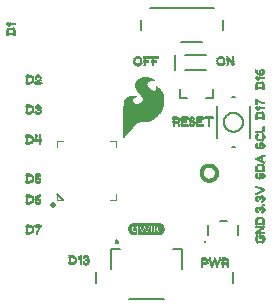
<source format=gto>
G75*
%MOIN*%
%OFA0B0*%
%FSLAX25Y25*%
%IPPOS*%
%LPD*%
%AMOC8*
5,1,8,0,0,1.08239X$1,22.5*
%
%ADD10C,0.01200*%
%ADD11C,0.00800*%
%ADD12C,0.00300*%
%ADD13C,0.01000*%
%ADD14C,0.00500*%
%ADD15C,0.00050*%
%ADD16R,0.00118X0.00827*%
%ADD17R,0.00118X0.00236*%
%ADD18R,0.00118X0.00354*%
%ADD19R,0.00157X0.01417*%
%ADD20R,0.00157X0.01299*%
%ADD21R,0.00157X0.00591*%
%ADD22R,0.00118X0.01654*%
%ADD23R,0.00118X0.01890*%
%ADD24R,0.00118X0.02008*%
%ADD25R,0.00118X0.00945*%
%ADD26R,0.00157X0.02126*%
%ADD27R,0.00157X0.00945*%
%ADD28R,0.00118X0.02244*%
%ADD29R,0.00118X0.02126*%
%ADD30R,0.00118X0.00591*%
%ADD31R,0.00118X0.00709*%
%ADD32R,0.00157X0.00472*%
%ADD33R,0.00118X0.01417*%
%ADD34R,0.00118X0.01299*%
%ADD35R,0.00118X0.01181*%
%ADD36R,0.00157X0.01181*%
%ADD37R,0.00157X0.00827*%
%ADD38R,0.00157X0.01772*%
%ADD39R,0.00118X0.01535*%
%ADD40R,0.00157X0.02362*%
%ADD41R,0.00118X0.01063*%
%ADD42R,0.00157X0.01654*%
%ADD43R,0.01299X0.00118*%
%ADD44R,0.00827X0.00118*%
%ADD45R,0.01772X0.00157*%
%ADD46R,0.01417X0.00157*%
%ADD47R,0.02126X0.00118*%
%ADD48R,0.01654X0.00118*%
%ADD49R,0.02244X0.00118*%
%ADD50R,0.01890X0.00118*%
%ADD51R,0.02362X0.00118*%
%ADD52R,0.02008X0.00118*%
%ADD53R,0.02480X0.00157*%
%ADD54R,0.02126X0.00157*%
%ADD55R,0.02598X0.00118*%
%ADD56R,0.01181X0.00118*%
%ADD57R,0.01063X0.00118*%
%ADD58R,0.00591X0.00118*%
%ADD59R,0.00827X0.00157*%
%ADD60R,0.00945X0.00157*%
%ADD61R,0.00472X0.00157*%
%ADD62R,0.01417X0.00118*%
%ADD63R,0.00945X0.00118*%
%ADD64R,0.01299X0.00157*%
%ADD65R,0.00591X0.00157*%
%ADD66R,0.02362X0.00157*%
%ADD67R,0.02008X0.00157*%
%ADD68R,0.01654X0.00157*%
%ADD69R,0.00709X0.00118*%
%ADD70R,0.00354X0.00118*%
%ADD71R,0.00472X0.00118*%
%ADD72R,0.00709X0.00157*%
%ADD73R,0.02480X0.00118*%
%ADD74R,0.01890X0.00157*%
%ADD75R,0.01181X0.00157*%
%ADD76R,0.01772X0.00118*%
%ADD77R,0.00236X0.00157*%
%ADD78R,0.01535X0.00157*%
%ADD79R,0.01063X0.00157*%
%ADD80R,0.01535X0.00118*%
%ADD81R,0.00157X0.01535*%
%ADD82R,0.00157X0.00709*%
%ADD83R,0.00157X0.01890*%
%ADD84R,0.00118X0.02362*%
%ADD85R,0.00157X0.01063*%
%ADD86R,0.00157X0.02480*%
%ADD87R,0.00118X0.02480*%
%ADD88R,0.00118X0.01772*%
%ADD89R,0.00118X0.02598*%
%ADD90R,0.00157X0.02598*%
%ADD91R,0.00157X0.02008*%
%ADD92R,0.02717X0.00118*%
%ADD93R,0.02717X0.00157*%
%ADD94R,0.00236X0.00118*%
%ADD95R,0.03307X0.00157*%
%ADD96R,0.03307X0.00118*%
%ADD97R,0.02244X0.00157*%
%ADD98R,0.00118X0.00472*%
%ADD99R,0.00157X0.02244*%
%ADD100R,0.00118X0.02717*%
%ADD101R,0.00118X0.02835*%
%ADD102R,0.00157X0.02953*%
%ADD103R,0.00118X0.00118*%
%ADD104R,0.02953X0.00157*%
%ADD105R,0.03071X0.00118*%
%ADD106R,0.05669X0.00118*%
%ADD107R,0.02953X0.00118*%
%ADD108C,0.00400*%
%ADD109C,0.00600*%
%ADD110C,0.02000*%
D10*
X0191801Y0096333D02*
X0191803Y0096433D01*
X0191809Y0096533D01*
X0191819Y0096632D01*
X0191833Y0096732D01*
X0191850Y0096830D01*
X0191872Y0096928D01*
X0191897Y0097024D01*
X0191926Y0097120D01*
X0191959Y0097215D01*
X0191996Y0097308D01*
X0192036Y0097399D01*
X0192080Y0097489D01*
X0192128Y0097577D01*
X0192179Y0097663D01*
X0192233Y0097747D01*
X0192290Y0097829D01*
X0192351Y0097909D01*
X0192415Y0097986D01*
X0192482Y0098060D01*
X0192551Y0098132D01*
X0192624Y0098201D01*
X0192699Y0098267D01*
X0192777Y0098330D01*
X0192857Y0098390D01*
X0192939Y0098447D01*
X0193024Y0098500D01*
X0193111Y0098550D01*
X0193199Y0098597D01*
X0193289Y0098640D01*
X0193381Y0098679D01*
X0193475Y0098715D01*
X0193570Y0098747D01*
X0193666Y0098775D01*
X0193763Y0098800D01*
X0193861Y0098821D01*
X0193959Y0098837D01*
X0194058Y0098850D01*
X0194158Y0098859D01*
X0194258Y0098864D01*
X0194358Y0098865D01*
X0194458Y0098862D01*
X0194558Y0098855D01*
X0194657Y0098844D01*
X0194756Y0098829D01*
X0194855Y0098811D01*
X0194952Y0098788D01*
X0195049Y0098762D01*
X0195144Y0098732D01*
X0195238Y0098698D01*
X0195331Y0098660D01*
X0195422Y0098619D01*
X0195511Y0098574D01*
X0195599Y0098526D01*
X0195685Y0098474D01*
X0195768Y0098419D01*
X0195849Y0098361D01*
X0195928Y0098299D01*
X0196005Y0098235D01*
X0196079Y0098167D01*
X0196150Y0098097D01*
X0196218Y0098024D01*
X0196283Y0097948D01*
X0196346Y0097869D01*
X0196405Y0097789D01*
X0196461Y0097706D01*
X0196513Y0097621D01*
X0196562Y0097533D01*
X0196608Y0097444D01*
X0196650Y0097354D01*
X0196689Y0097261D01*
X0196724Y0097168D01*
X0196755Y0097072D01*
X0196782Y0096976D01*
X0196805Y0096879D01*
X0196825Y0096781D01*
X0196841Y0096682D01*
X0196853Y0096583D01*
X0196861Y0096483D01*
X0196865Y0096383D01*
X0196865Y0096283D01*
X0196861Y0096183D01*
X0196853Y0096083D01*
X0196841Y0095984D01*
X0196825Y0095885D01*
X0196805Y0095787D01*
X0196782Y0095690D01*
X0196755Y0095594D01*
X0196724Y0095498D01*
X0196689Y0095405D01*
X0196650Y0095312D01*
X0196608Y0095222D01*
X0196562Y0095133D01*
X0196513Y0095045D01*
X0196461Y0094960D01*
X0196405Y0094877D01*
X0196346Y0094797D01*
X0196283Y0094718D01*
X0196218Y0094642D01*
X0196150Y0094569D01*
X0196079Y0094499D01*
X0196005Y0094431D01*
X0195928Y0094367D01*
X0195849Y0094305D01*
X0195768Y0094247D01*
X0195685Y0094192D01*
X0195599Y0094140D01*
X0195511Y0094092D01*
X0195422Y0094047D01*
X0195331Y0094006D01*
X0195238Y0093968D01*
X0195144Y0093934D01*
X0195049Y0093904D01*
X0194952Y0093878D01*
X0194855Y0093855D01*
X0194756Y0093837D01*
X0194657Y0093822D01*
X0194558Y0093811D01*
X0194458Y0093804D01*
X0194358Y0093801D01*
X0194258Y0093802D01*
X0194158Y0093807D01*
X0194058Y0093816D01*
X0193959Y0093829D01*
X0193861Y0093845D01*
X0193763Y0093866D01*
X0193666Y0093891D01*
X0193570Y0093919D01*
X0193475Y0093951D01*
X0193381Y0093987D01*
X0193289Y0094026D01*
X0193199Y0094069D01*
X0193111Y0094116D01*
X0193024Y0094166D01*
X0192939Y0094219D01*
X0192857Y0094276D01*
X0192777Y0094336D01*
X0192699Y0094399D01*
X0192624Y0094465D01*
X0192551Y0094534D01*
X0192482Y0094606D01*
X0192415Y0094680D01*
X0192351Y0094757D01*
X0192290Y0094837D01*
X0192233Y0094919D01*
X0192179Y0095003D01*
X0192128Y0095089D01*
X0192080Y0095177D01*
X0192036Y0095267D01*
X0191996Y0095358D01*
X0191959Y0095451D01*
X0191926Y0095546D01*
X0191897Y0095642D01*
X0191872Y0095738D01*
X0191850Y0095836D01*
X0191833Y0095934D01*
X0191819Y0096034D01*
X0191809Y0096133D01*
X0191803Y0096233D01*
X0191801Y0096333D01*
D11*
X0201822Y0105066D02*
X0202845Y0105066D01*
X0207845Y0108066D02*
X0207845Y0118601D01*
X0202845Y0121601D02*
X0201822Y0121601D01*
X0196822Y0118601D02*
X0196822Y0108066D01*
X0195445Y0121277D02*
X0193083Y0121277D01*
X0195445Y0121277D02*
X0195445Y0124427D01*
X0193277Y0130673D02*
X0186190Y0130673D01*
X0182765Y0130673D02*
X0182765Y0135594D01*
X0186190Y0135594D02*
X0193277Y0135594D01*
X0191739Y0140115D02*
X0184833Y0140115D01*
X0171644Y0144052D02*
X0171644Y0147414D01*
X0174703Y0151351D02*
X0195963Y0151351D01*
X0199022Y0147414D02*
X0199022Y0144052D01*
X0184422Y0124427D02*
X0184422Y0121277D01*
X0186784Y0121277D01*
X0197977Y0080224D02*
X0200090Y0080224D01*
X0204033Y0079124D02*
X0204033Y0075743D01*
X0194033Y0075743D02*
X0194033Y0079124D01*
X0185144Y0070955D02*
X0182192Y0070955D01*
X0185144Y0070955D02*
X0185144Y0064459D01*
X0179239Y0054223D02*
X0167428Y0054223D01*
X0156583Y0059558D02*
X0156583Y0063308D01*
X0161522Y0064459D02*
X0161522Y0070955D01*
X0164475Y0070955D01*
X0163091Y0073514D02*
X0163093Y0073554D01*
X0163099Y0073593D01*
X0163109Y0073632D01*
X0163122Y0073669D01*
X0163140Y0073705D01*
X0163161Y0073739D01*
X0163185Y0073771D01*
X0163212Y0073800D01*
X0163242Y0073827D01*
X0163274Y0073850D01*
X0163309Y0073870D01*
X0163345Y0073886D01*
X0163383Y0073899D01*
X0163422Y0073908D01*
X0163461Y0073913D01*
X0163501Y0073914D01*
X0163541Y0073911D01*
X0163580Y0073904D01*
X0163618Y0073893D01*
X0163656Y0073879D01*
X0163691Y0073860D01*
X0163724Y0073839D01*
X0163756Y0073814D01*
X0163784Y0073786D01*
X0163810Y0073756D01*
X0163832Y0073723D01*
X0163851Y0073688D01*
X0163867Y0073651D01*
X0163879Y0073613D01*
X0163887Y0073574D01*
X0163891Y0073534D01*
X0163891Y0073494D01*
X0163887Y0073454D01*
X0163879Y0073415D01*
X0163867Y0073377D01*
X0163851Y0073340D01*
X0163832Y0073305D01*
X0163810Y0073272D01*
X0163784Y0073242D01*
X0163756Y0073214D01*
X0163724Y0073189D01*
X0163691Y0073168D01*
X0163656Y0073149D01*
X0163618Y0073135D01*
X0163580Y0073124D01*
X0163541Y0073117D01*
X0163501Y0073114D01*
X0163461Y0073115D01*
X0163422Y0073120D01*
X0163383Y0073129D01*
X0163345Y0073142D01*
X0163309Y0073158D01*
X0163274Y0073178D01*
X0163242Y0073201D01*
X0163212Y0073228D01*
X0163185Y0073257D01*
X0163161Y0073289D01*
X0163140Y0073323D01*
X0163122Y0073359D01*
X0163109Y0073396D01*
X0163099Y0073435D01*
X0163093Y0073474D01*
X0163091Y0073514D01*
X0202083Y0063308D02*
X0202083Y0059558D01*
D12*
X0165711Y0108396D02*
X0165751Y0108475D01*
X0165908Y0108633D01*
X0166144Y0108908D01*
X0166420Y0109262D01*
X0166774Y0109656D01*
X0167168Y0110129D01*
X0167601Y0110601D01*
X0168073Y0111113D01*
X0168585Y0111664D01*
X0169018Y0112176D01*
X0169451Y0112609D01*
X0169845Y0112963D01*
X0170239Y0113239D01*
X0170672Y0113436D01*
X0171105Y0113554D01*
X0172640Y0113554D01*
X0173585Y0113672D01*
X0174451Y0113908D01*
X0175239Y0114262D01*
X0175987Y0114735D01*
X0176656Y0115247D01*
X0177247Y0115877D01*
X0177798Y0116585D01*
X0178546Y0118042D01*
X0178940Y0119459D01*
X0179018Y0120837D01*
X0178822Y0122136D01*
X0178428Y0123239D01*
X0177916Y0124184D01*
X0177247Y0124853D01*
X0176617Y0125247D01*
X0176617Y0125010D01*
X0176656Y0124814D01*
X0176577Y0124341D01*
X0176459Y0124144D01*
X0176262Y0123948D01*
X0175987Y0123829D01*
X0175711Y0123829D01*
X0175160Y0123987D01*
X0174845Y0124144D01*
X0174294Y0124538D01*
X0174018Y0124774D01*
X0173822Y0124971D01*
X0173625Y0125286D01*
X0173467Y0125522D01*
X0173388Y0125798D01*
X0173349Y0126034D01*
X0173388Y0126270D01*
X0173467Y0126467D01*
X0173585Y0126703D01*
X0173743Y0126900D01*
X0174058Y0127176D01*
X0174373Y0127333D01*
X0174688Y0127412D01*
X0175042Y0127451D01*
X0175554Y0127451D01*
X0175711Y0127412D01*
X0175751Y0127412D01*
X0175633Y0127491D01*
X0175357Y0127688D01*
X0174885Y0127963D01*
X0174294Y0128199D01*
X0173585Y0128396D01*
X0172798Y0128436D01*
X0171932Y0128239D01*
X0171026Y0127766D01*
X0170357Y0127215D01*
X0169924Y0126585D01*
X0169688Y0125916D01*
X0169688Y0125247D01*
X0169885Y0124577D01*
X0170239Y0123869D01*
X0170751Y0123199D01*
X0171420Y0122530D01*
X0171932Y0121940D01*
X0172207Y0121349D01*
X0172207Y0120798D01*
X0172050Y0120286D01*
X0171696Y0119892D01*
X0171223Y0119577D01*
X0170672Y0119420D01*
X0170042Y0119420D01*
X0169609Y0119538D01*
X0169255Y0119656D01*
X0168979Y0119892D01*
X0168743Y0120129D01*
X0168625Y0120365D01*
X0168546Y0120640D01*
X0168546Y0120916D01*
X0168625Y0121152D01*
X0168743Y0121310D01*
X0168900Y0121467D01*
X0169097Y0121625D01*
X0169255Y0121743D01*
X0169451Y0121822D01*
X0169688Y0121940D01*
X0169727Y0121979D01*
X0169688Y0121979D01*
X0169570Y0122018D01*
X0169373Y0122097D01*
X0169097Y0122136D01*
X0168388Y0122136D01*
X0167995Y0122058D01*
X0167562Y0121940D01*
X0167168Y0121782D01*
X0166814Y0121546D01*
X0166499Y0121231D01*
X0166223Y0120877D01*
X0165987Y0120444D01*
X0165829Y0119892D01*
X0165751Y0119262D01*
X0165711Y0118514D01*
X0165711Y0108396D01*
X0165711Y0108453D02*
X0165740Y0108453D01*
X0165711Y0108752D02*
X0166010Y0108752D01*
X0166255Y0109050D02*
X0165711Y0109050D01*
X0165711Y0109349D02*
X0166498Y0109349D01*
X0166766Y0109648D02*
X0165711Y0109648D01*
X0165711Y0109946D02*
X0167016Y0109946D01*
X0167274Y0110245D02*
X0165711Y0110245D01*
X0165711Y0110543D02*
X0167548Y0110543D01*
X0167823Y0110842D02*
X0165711Y0110842D01*
X0165711Y0111140D02*
X0168099Y0111140D01*
X0168376Y0111439D02*
X0165711Y0111439D01*
X0165711Y0111737D02*
X0168647Y0111737D01*
X0168900Y0112036D02*
X0165711Y0112036D01*
X0165711Y0112334D02*
X0169177Y0112334D01*
X0169478Y0112633D02*
X0165711Y0112633D01*
X0165711Y0112931D02*
X0169809Y0112931D01*
X0170226Y0113230D02*
X0165711Y0113230D01*
X0165711Y0113528D02*
X0171011Y0113528D01*
X0174153Y0113827D02*
X0165711Y0113827D01*
X0165711Y0114125D02*
X0174934Y0114125D01*
X0175494Y0114424D02*
X0165711Y0114424D01*
X0165711Y0114722D02*
X0175967Y0114722D01*
X0176361Y0115021D02*
X0165711Y0115021D01*
X0165711Y0115319D02*
X0176724Y0115319D01*
X0177004Y0115618D02*
X0165711Y0115618D01*
X0165711Y0115916D02*
X0177278Y0115916D01*
X0177510Y0116215D02*
X0165711Y0116215D01*
X0165711Y0116513D02*
X0177742Y0116513D01*
X0177914Y0116812D02*
X0165711Y0116812D01*
X0165711Y0117110D02*
X0178067Y0117110D01*
X0178221Y0117409D02*
X0165711Y0117409D01*
X0165711Y0117707D02*
X0178374Y0117707D01*
X0178527Y0118006D02*
X0165711Y0118006D01*
X0165711Y0118304D02*
X0178619Y0118304D01*
X0178702Y0118603D02*
X0165716Y0118603D01*
X0165732Y0118901D02*
X0178785Y0118901D01*
X0178868Y0119200D02*
X0165747Y0119200D01*
X0165780Y0119498D02*
X0169754Y0119498D01*
X0169090Y0119797D02*
X0165817Y0119797D01*
X0165887Y0120095D02*
X0168776Y0120095D01*
X0168616Y0120394D02*
X0165973Y0120394D01*
X0166123Y0120692D02*
X0168546Y0120692D01*
X0168571Y0120991D02*
X0166312Y0120991D01*
X0166557Y0121289D02*
X0168728Y0121289D01*
X0169051Y0121588D02*
X0166877Y0121588D01*
X0167429Y0121886D02*
X0169581Y0121886D01*
X0170870Y0123081D02*
X0178484Y0123081D01*
X0178591Y0122782D02*
X0171168Y0122782D01*
X0171460Y0122483D02*
X0178698Y0122483D01*
X0178804Y0122185D02*
X0171719Y0122185D01*
X0171957Y0121886D02*
X0178859Y0121886D01*
X0178905Y0121588D02*
X0172096Y0121588D01*
X0172207Y0121289D02*
X0178950Y0121289D01*
X0178995Y0120991D02*
X0172207Y0120991D01*
X0172175Y0120692D02*
X0179010Y0120692D01*
X0178993Y0120394D02*
X0172083Y0120394D01*
X0171878Y0120095D02*
X0178976Y0120095D01*
X0178959Y0119797D02*
X0171552Y0119797D01*
X0170946Y0119498D02*
X0178942Y0119498D01*
X0178352Y0123379D02*
X0170613Y0123379D01*
X0170385Y0123678D02*
X0178190Y0123678D01*
X0178029Y0123976D02*
X0176291Y0123976D01*
X0176537Y0124275D02*
X0177825Y0124275D01*
X0177527Y0124573D02*
X0176616Y0124573D01*
X0176645Y0124872D02*
X0177217Y0124872D01*
X0176739Y0125170D02*
X0176617Y0125170D01*
X0175198Y0123976D02*
X0170185Y0123976D01*
X0170036Y0124275D02*
X0174663Y0124275D01*
X0174253Y0124573D02*
X0169887Y0124573D01*
X0169798Y0124872D02*
X0173921Y0124872D01*
X0173697Y0125170D02*
X0169710Y0125170D01*
X0169688Y0125469D02*
X0173503Y0125469D01*
X0173397Y0125767D02*
X0169688Y0125767D01*
X0169740Y0126066D02*
X0173354Y0126066D01*
X0173426Y0126364D02*
X0169846Y0126364D01*
X0169977Y0126663D02*
X0173565Y0126663D01*
X0173812Y0126961D02*
X0170182Y0126961D01*
X0170411Y0127260D02*
X0174225Y0127260D01*
X0174405Y0128155D02*
X0171771Y0128155D01*
X0171199Y0127857D02*
X0175067Y0127857D01*
X0175538Y0127558D02*
X0170773Y0127558D01*
D13*
X0192733Y0073433D03*
D14*
X0199164Y0113333D02*
X0199166Y0113445D01*
X0199172Y0113558D01*
X0199182Y0113670D01*
X0199196Y0113781D01*
X0199214Y0113893D01*
X0199236Y0114003D01*
X0199261Y0114112D01*
X0199291Y0114221D01*
X0199324Y0114328D01*
X0199362Y0114434D01*
X0199403Y0114539D01*
X0199447Y0114642D01*
X0199495Y0114744D01*
X0199547Y0114844D01*
X0199603Y0114942D01*
X0199662Y0115038D01*
X0199724Y0115131D01*
X0199789Y0115223D01*
X0199858Y0115312D01*
X0199930Y0115399D01*
X0200005Y0115483D01*
X0200082Y0115564D01*
X0200163Y0115642D01*
X0200246Y0115718D01*
X0200332Y0115790D01*
X0200421Y0115860D01*
X0200511Y0115926D01*
X0200605Y0115989D01*
X0200700Y0116049D01*
X0200797Y0116105D01*
X0200897Y0116158D01*
X0200998Y0116207D01*
X0201101Y0116253D01*
X0201205Y0116295D01*
X0201311Y0116333D01*
X0201418Y0116367D01*
X0201526Y0116398D01*
X0201636Y0116424D01*
X0201746Y0116447D01*
X0201857Y0116466D01*
X0201968Y0116481D01*
X0202080Y0116492D01*
X0202192Y0116499D01*
X0202305Y0116502D01*
X0202417Y0116501D01*
X0202530Y0116496D01*
X0202642Y0116487D01*
X0202754Y0116474D01*
X0202865Y0116457D01*
X0202975Y0116436D01*
X0203085Y0116411D01*
X0203194Y0116383D01*
X0203302Y0116350D01*
X0203408Y0116314D01*
X0203513Y0116274D01*
X0203617Y0116230D01*
X0203719Y0116183D01*
X0203819Y0116132D01*
X0203917Y0116077D01*
X0204014Y0116019D01*
X0204108Y0115958D01*
X0204200Y0115893D01*
X0204290Y0115826D01*
X0204377Y0115755D01*
X0204462Y0115680D01*
X0204544Y0115603D01*
X0204623Y0115524D01*
X0204699Y0115441D01*
X0204773Y0115356D01*
X0204843Y0115268D01*
X0204910Y0115177D01*
X0204974Y0115085D01*
X0205034Y0114990D01*
X0205091Y0114893D01*
X0205145Y0114794D01*
X0205195Y0114693D01*
X0205242Y0114591D01*
X0205284Y0114487D01*
X0205324Y0114382D01*
X0205359Y0114275D01*
X0205390Y0114167D01*
X0205418Y0114058D01*
X0205442Y0113948D01*
X0205462Y0113837D01*
X0205478Y0113726D01*
X0205490Y0113614D01*
X0205498Y0113502D01*
X0205502Y0113389D01*
X0205502Y0113277D01*
X0205498Y0113164D01*
X0205490Y0113052D01*
X0205478Y0112940D01*
X0205462Y0112829D01*
X0205442Y0112718D01*
X0205418Y0112608D01*
X0205390Y0112499D01*
X0205359Y0112391D01*
X0205324Y0112284D01*
X0205284Y0112179D01*
X0205242Y0112075D01*
X0205195Y0111973D01*
X0205145Y0111872D01*
X0205091Y0111773D01*
X0205034Y0111676D01*
X0204974Y0111581D01*
X0204910Y0111489D01*
X0204843Y0111398D01*
X0204773Y0111310D01*
X0204699Y0111225D01*
X0204623Y0111142D01*
X0204544Y0111063D01*
X0204462Y0110986D01*
X0204377Y0110911D01*
X0204290Y0110840D01*
X0204200Y0110773D01*
X0204108Y0110708D01*
X0204014Y0110647D01*
X0203918Y0110589D01*
X0203819Y0110534D01*
X0203719Y0110483D01*
X0203617Y0110436D01*
X0203513Y0110392D01*
X0203408Y0110352D01*
X0203302Y0110316D01*
X0203194Y0110283D01*
X0203085Y0110255D01*
X0202975Y0110230D01*
X0202865Y0110209D01*
X0202754Y0110192D01*
X0202642Y0110179D01*
X0202530Y0110170D01*
X0202417Y0110165D01*
X0202305Y0110164D01*
X0202192Y0110167D01*
X0202080Y0110174D01*
X0201968Y0110185D01*
X0201857Y0110200D01*
X0201746Y0110219D01*
X0201636Y0110242D01*
X0201526Y0110268D01*
X0201418Y0110299D01*
X0201311Y0110333D01*
X0201205Y0110371D01*
X0201101Y0110413D01*
X0200998Y0110459D01*
X0200897Y0110508D01*
X0200797Y0110561D01*
X0200700Y0110617D01*
X0200605Y0110677D01*
X0200511Y0110740D01*
X0200421Y0110806D01*
X0200332Y0110876D01*
X0200246Y0110948D01*
X0200163Y0111024D01*
X0200082Y0111102D01*
X0200005Y0111183D01*
X0199930Y0111267D01*
X0199858Y0111354D01*
X0199789Y0111443D01*
X0199724Y0111535D01*
X0199662Y0111628D01*
X0199603Y0111724D01*
X0199547Y0111822D01*
X0199495Y0111922D01*
X0199447Y0112024D01*
X0199403Y0112127D01*
X0199362Y0112232D01*
X0199324Y0112338D01*
X0199291Y0112445D01*
X0199261Y0112554D01*
X0199236Y0112663D01*
X0199214Y0112773D01*
X0199196Y0112885D01*
X0199182Y0112996D01*
X0199172Y0113108D01*
X0199166Y0113221D01*
X0199164Y0113333D01*
D15*
X0178132Y0079448D02*
X0177949Y0079547D01*
X0177551Y0079671D01*
X0177344Y0079692D01*
X0177184Y0079708D01*
X0169259Y0079708D01*
X0168844Y0079672D01*
X0168445Y0079552D01*
X0168262Y0079452D01*
X0168085Y0079343D01*
X0167924Y0079210D01*
X0167778Y0079063D01*
X0167646Y0078902D01*
X0167538Y0078724D01*
X0167439Y0078541D01*
X0167322Y0078141D01*
X0167302Y0077933D01*
X0167294Y0077726D01*
X0167315Y0077518D01*
X0167355Y0077315D01*
X0167417Y0077116D01*
X0167504Y0076927D01*
X0167603Y0076744D01*
X0167732Y0076580D01*
X0167869Y0076423D01*
X0168030Y0076290D01*
X0168199Y0076170D01*
X0168382Y0076070D01*
X0168575Y0075993D01*
X0168774Y0075931D01*
X0168980Y0075902D01*
X0169187Y0075881D01*
X0169604Y0075879D01*
X0169794Y0075898D01*
X0169794Y0076940D01*
X0169662Y0076817D01*
X0169484Y0076710D01*
X0169284Y0076654D01*
X0169076Y0076648D01*
X0168870Y0076678D01*
X0168675Y0076749D01*
X0168501Y0076861D01*
X0168356Y0077010D01*
X0168246Y0077186D01*
X0168171Y0077380D01*
X0168128Y0077583D01*
X0168114Y0077791D01*
X0168130Y0077999D01*
X0168176Y0078202D01*
X0168255Y0078395D01*
X0168370Y0078568D01*
X0168521Y0078711D01*
X0168700Y0078817D01*
X0168898Y0078880D01*
X0169106Y0078901D01*
X0169313Y0078884D01*
X0169511Y0078819D01*
X0169794Y0078637D01*
X0169794Y0078845D01*
X0169970Y0078878D01*
X0170387Y0078878D01*
X0170477Y0078827D01*
X0170693Y0078807D01*
X0170717Y0078878D01*
X0171343Y0078878D01*
X0171424Y0078707D01*
X0171778Y0077507D01*
X0171836Y0077463D01*
X0172242Y0078865D01*
X0172441Y0078878D01*
X0172858Y0078878D01*
X0172976Y0078756D01*
X0173327Y0077555D01*
X0173385Y0077415D01*
X0173798Y0078815D01*
X0173960Y0078878D01*
X0174377Y0078878D01*
X0174462Y0078842D01*
X0174658Y0078872D01*
X0174809Y0078878D01*
X0175226Y0078878D01*
X0175296Y0078809D01*
X0175526Y0078858D01*
X0175658Y0078878D01*
X0176075Y0078878D01*
X0176159Y0078821D01*
X0176675Y0078601D01*
X0176979Y0078805D01*
X0177180Y0078852D01*
X0177386Y0078887D01*
X0177593Y0078897D01*
X0177614Y0078708D01*
X0177614Y0078291D01*
X0177445Y0078290D01*
X0177257Y0078213D01*
X0177129Y0078054D01*
X0177074Y0077856D01*
X0177078Y0077649D01*
X0177143Y0077455D01*
X0177281Y0077304D01*
X0177475Y0077239D01*
X0177614Y0077176D01*
X0177614Y0076759D01*
X0177511Y0076647D01*
X0177305Y0076674D01*
X0177099Y0076709D01*
X0176909Y0076784D01*
X0176733Y0076895D01*
X0176587Y0077037D01*
X0176473Y0077212D01*
X0176395Y0077401D01*
X0176358Y0077606D01*
X0176339Y0077812D01*
X0176411Y0078222D01*
X0176521Y0078399D01*
X0176654Y0078568D01*
X0176196Y0078768D01*
X0176200Y0076708D01*
X0176009Y0076671D01*
X0175592Y0076671D01*
X0175478Y0076765D01*
X0175481Y0078813D01*
X0175331Y0078776D01*
X0175331Y0076689D01*
X0175329Y0076671D01*
X0174703Y0076671D01*
X0174609Y0076785D01*
X0174609Y0078829D01*
X0174490Y0078809D01*
X0173790Y0076865D01*
X0173671Y0076671D01*
X0173046Y0076671D01*
X0172953Y0076828D01*
X0172584Y0078023D01*
X0172522Y0077845D01*
X0172212Y0076849D01*
X0172135Y0076671D01*
X0171509Y0076671D01*
X0171391Y0076800D01*
X0170687Y0078765D01*
X0170520Y0078789D01*
X0170520Y0075883D01*
X0177190Y0075880D01*
X0177603Y0075929D01*
X0177803Y0075990D01*
X0177996Y0076066D01*
X0178179Y0076165D01*
X0178349Y0076285D01*
X0178510Y0076417D01*
X0178648Y0076573D01*
X0178778Y0076736D01*
X0178878Y0076919D01*
X0178966Y0077107D01*
X0179028Y0077306D01*
X0179070Y0077509D01*
X0179091Y0077717D01*
X0179085Y0077924D01*
X0179064Y0078132D01*
X0179012Y0078333D01*
X0178950Y0078532D01*
X0178852Y0078716D01*
X0178746Y0078895D01*
X0178613Y0079056D01*
X0178469Y0079205D01*
X0178308Y0079337D01*
X0178132Y0079448D01*
X0178126Y0079451D02*
X0168261Y0079451D01*
X0168182Y0079403D02*
X0178204Y0079403D01*
X0178281Y0079354D02*
X0168103Y0079354D01*
X0168040Y0079306D02*
X0178346Y0079306D01*
X0178405Y0079257D02*
X0167981Y0079257D01*
X0167923Y0079209D02*
X0178464Y0079209D01*
X0178512Y0079160D02*
X0167875Y0079160D01*
X0167827Y0079112D02*
X0178559Y0079112D01*
X0178606Y0079063D02*
X0167779Y0079063D01*
X0167739Y0079015D02*
X0178647Y0079015D01*
X0178688Y0078966D02*
X0167699Y0078966D01*
X0167659Y0078918D02*
X0178728Y0078918D01*
X0178762Y0078869D02*
X0177596Y0078869D01*
X0177601Y0078821D02*
X0178790Y0078821D01*
X0178819Y0078772D02*
X0177607Y0078772D01*
X0177612Y0078723D02*
X0178848Y0078723D01*
X0178874Y0078675D02*
X0177614Y0078675D01*
X0177614Y0078626D02*
X0178900Y0078626D01*
X0178926Y0078578D02*
X0177614Y0078578D01*
X0177614Y0078529D02*
X0178951Y0078529D01*
X0178966Y0078481D02*
X0177614Y0078481D01*
X0177614Y0078432D02*
X0178981Y0078432D01*
X0178996Y0078384D02*
X0177614Y0078384D01*
X0177614Y0078335D02*
X0179011Y0078335D01*
X0179024Y0078287D02*
X0177436Y0078287D01*
X0177319Y0078238D02*
X0179037Y0078238D01*
X0179049Y0078190D02*
X0177239Y0078190D01*
X0177200Y0078141D02*
X0179062Y0078141D01*
X0179068Y0078093D02*
X0177160Y0078093D01*
X0177126Y0078044D02*
X0179073Y0078044D01*
X0179078Y0077996D02*
X0177113Y0077996D01*
X0177099Y0077947D02*
X0179083Y0077947D01*
X0179086Y0077899D02*
X0177086Y0077899D01*
X0177074Y0077850D02*
X0179087Y0077850D01*
X0179089Y0077802D02*
X0177075Y0077802D01*
X0177076Y0077753D02*
X0179090Y0077753D01*
X0179090Y0077705D02*
X0177077Y0077705D01*
X0177078Y0077656D02*
X0179085Y0077656D01*
X0179080Y0077608D02*
X0177092Y0077608D01*
X0177108Y0077559D02*
X0179075Y0077559D01*
X0179070Y0077511D02*
X0177124Y0077511D01*
X0177141Y0077462D02*
X0179060Y0077462D01*
X0179050Y0077414D02*
X0177180Y0077414D01*
X0177225Y0077365D02*
X0179040Y0077365D01*
X0179030Y0077317D02*
X0177269Y0077317D01*
X0177388Y0077268D02*
X0179016Y0077268D01*
X0179001Y0077220D02*
X0177518Y0077220D01*
X0177614Y0077171D02*
X0178986Y0077171D01*
X0178971Y0077123D02*
X0177614Y0077123D01*
X0177614Y0077074D02*
X0178951Y0077074D01*
X0178928Y0077026D02*
X0177614Y0077026D01*
X0177614Y0076977D02*
X0178905Y0076977D01*
X0178882Y0076929D02*
X0177614Y0076929D01*
X0177614Y0076880D02*
X0178857Y0076880D01*
X0178830Y0076832D02*
X0177614Y0076832D01*
X0177614Y0076783D02*
X0178804Y0076783D01*
X0178777Y0076735D02*
X0177591Y0076735D01*
X0177547Y0076686D02*
X0178738Y0076686D01*
X0178699Y0076638D02*
X0170520Y0076638D01*
X0170520Y0076686D02*
X0171495Y0076686D01*
X0171451Y0076735D02*
X0170520Y0076735D01*
X0170520Y0076783D02*
X0171407Y0076783D01*
X0171380Y0076832D02*
X0170520Y0076832D01*
X0170520Y0076880D02*
X0171363Y0076880D01*
X0171345Y0076929D02*
X0170520Y0076929D01*
X0170520Y0076977D02*
X0171328Y0076977D01*
X0171310Y0077026D02*
X0170520Y0077026D01*
X0170520Y0077074D02*
X0171293Y0077074D01*
X0171276Y0077123D02*
X0170520Y0077123D01*
X0170520Y0077171D02*
X0171258Y0077171D01*
X0171241Y0077220D02*
X0170520Y0077220D01*
X0170520Y0077268D02*
X0171223Y0077268D01*
X0171206Y0077317D02*
X0170520Y0077317D01*
X0170520Y0077365D02*
X0171189Y0077365D01*
X0171171Y0077414D02*
X0170520Y0077414D01*
X0170520Y0077462D02*
X0171154Y0077462D01*
X0171136Y0077511D02*
X0170520Y0077511D01*
X0170520Y0077559D02*
X0171119Y0077559D01*
X0171102Y0077608D02*
X0170520Y0077608D01*
X0170520Y0077656D02*
X0171084Y0077656D01*
X0171067Y0077705D02*
X0170520Y0077705D01*
X0170520Y0077753D02*
X0171049Y0077753D01*
X0171032Y0077802D02*
X0170520Y0077802D01*
X0170520Y0077850D02*
X0171015Y0077850D01*
X0170997Y0077899D02*
X0170520Y0077899D01*
X0170520Y0077947D02*
X0170980Y0077947D01*
X0170962Y0077996D02*
X0170520Y0077996D01*
X0170520Y0078044D02*
X0170945Y0078044D01*
X0170928Y0078093D02*
X0170520Y0078093D01*
X0170520Y0078141D02*
X0170910Y0078141D01*
X0170893Y0078190D02*
X0170520Y0078190D01*
X0170520Y0078238D02*
X0170875Y0078238D01*
X0170858Y0078287D02*
X0170520Y0078287D01*
X0170520Y0078335D02*
X0170841Y0078335D01*
X0170823Y0078384D02*
X0170520Y0078384D01*
X0170520Y0078432D02*
X0170806Y0078432D01*
X0170788Y0078481D02*
X0170520Y0078481D01*
X0170520Y0078529D02*
X0170771Y0078529D01*
X0170754Y0078578D02*
X0170520Y0078578D01*
X0170520Y0078626D02*
X0170736Y0078626D01*
X0170719Y0078675D02*
X0170520Y0078675D01*
X0170520Y0078723D02*
X0170701Y0078723D01*
X0170638Y0078772D02*
X0170520Y0078772D01*
X0170547Y0078821D02*
X0170698Y0078821D01*
X0170714Y0078869D02*
X0170403Y0078869D01*
X0169921Y0078869D02*
X0169359Y0078869D01*
X0169507Y0078821D02*
X0169794Y0078821D01*
X0169794Y0078772D02*
X0169584Y0078772D01*
X0169659Y0078723D02*
X0169794Y0078723D01*
X0169794Y0078675D02*
X0169735Y0078675D01*
X0169536Y0078259D02*
X0169342Y0078311D01*
X0169144Y0078279D01*
X0168978Y0078164D01*
X0168878Y0077988D01*
X0168847Y0077787D01*
X0168871Y0077587D01*
X0168954Y0077404D01*
X0169103Y0077271D01*
X0169296Y0077218D01*
X0169495Y0077250D01*
X0169660Y0077364D01*
X0169760Y0077541D01*
X0169791Y0077741D01*
X0169767Y0077942D01*
X0169685Y0078125D01*
X0169536Y0078259D01*
X0169558Y0078238D02*
X0169085Y0078238D01*
X0169015Y0078190D02*
X0169612Y0078190D01*
X0169666Y0078141D02*
X0168965Y0078141D01*
X0168937Y0078093D02*
X0169699Y0078093D01*
X0169721Y0078044D02*
X0168910Y0078044D01*
X0168882Y0077996D02*
X0169743Y0077996D01*
X0169765Y0077947D02*
X0168872Y0077947D01*
X0168864Y0077899D02*
X0169772Y0077899D01*
X0169778Y0077850D02*
X0168857Y0077850D01*
X0168849Y0077802D02*
X0169784Y0077802D01*
X0169789Y0077753D02*
X0168851Y0077753D01*
X0168857Y0077705D02*
X0169785Y0077705D01*
X0169778Y0077656D02*
X0168862Y0077656D01*
X0168868Y0077608D02*
X0169770Y0077608D01*
X0169763Y0077559D02*
X0168883Y0077559D01*
X0168905Y0077511D02*
X0169743Y0077511D01*
X0169715Y0077462D02*
X0168927Y0077462D01*
X0168950Y0077414D02*
X0169688Y0077414D01*
X0169661Y0077365D02*
X0168997Y0077365D01*
X0169052Y0077317D02*
X0169592Y0077317D01*
X0169522Y0077268D02*
X0169112Y0077268D01*
X0169292Y0077220D02*
X0169304Y0077220D01*
X0169605Y0076783D02*
X0169794Y0076783D01*
X0169794Y0076735D02*
X0169525Y0076735D01*
X0169399Y0076686D02*
X0169794Y0076686D01*
X0169794Y0076638D02*
X0167687Y0076638D01*
X0167649Y0076686D02*
X0168848Y0076686D01*
X0168715Y0076735D02*
X0167611Y0076735D01*
X0167582Y0076783D02*
X0168622Y0076783D01*
X0168547Y0076832D02*
X0167556Y0076832D01*
X0167529Y0076880D02*
X0168482Y0076880D01*
X0168435Y0076929D02*
X0167503Y0076929D01*
X0167481Y0076977D02*
X0168388Y0076977D01*
X0168346Y0077026D02*
X0167459Y0077026D01*
X0167436Y0077074D02*
X0168316Y0077074D01*
X0168285Y0077123D02*
X0167415Y0077123D01*
X0167400Y0077171D02*
X0168255Y0077171D01*
X0168233Y0077220D02*
X0167385Y0077220D01*
X0167370Y0077268D02*
X0168214Y0077268D01*
X0168195Y0077317D02*
X0167355Y0077317D01*
X0167345Y0077365D02*
X0168177Y0077365D01*
X0168164Y0077414D02*
X0167336Y0077414D01*
X0167326Y0077462D02*
X0168154Y0077462D01*
X0168144Y0077511D02*
X0167317Y0077511D01*
X0167311Y0077559D02*
X0168133Y0077559D01*
X0168127Y0077608D02*
X0167306Y0077608D01*
X0167301Y0077656D02*
X0168123Y0077656D01*
X0168120Y0077705D02*
X0167296Y0077705D01*
X0167295Y0077753D02*
X0168116Y0077753D01*
X0168114Y0077802D02*
X0167297Y0077802D01*
X0167299Y0077850D02*
X0168118Y0077850D01*
X0168122Y0077899D02*
X0167300Y0077899D01*
X0167303Y0077947D02*
X0168126Y0077947D01*
X0168129Y0077996D02*
X0167308Y0077996D01*
X0167313Y0078044D02*
X0168140Y0078044D01*
X0168151Y0078093D02*
X0167318Y0078093D01*
X0167323Y0078141D02*
X0168162Y0078141D01*
X0168173Y0078190D02*
X0167337Y0078190D01*
X0167351Y0078238D02*
X0168190Y0078238D01*
X0168210Y0078287D02*
X0167365Y0078287D01*
X0167379Y0078335D02*
X0168230Y0078335D01*
X0168250Y0078384D02*
X0167393Y0078384D01*
X0167407Y0078432D02*
X0168280Y0078432D01*
X0168312Y0078481D02*
X0167421Y0078481D01*
X0167436Y0078529D02*
X0168345Y0078529D01*
X0168381Y0078578D02*
X0167459Y0078578D01*
X0167485Y0078626D02*
X0168432Y0078626D01*
X0168483Y0078675D02*
X0167512Y0078675D01*
X0167538Y0078723D02*
X0168541Y0078723D01*
X0168624Y0078772D02*
X0167567Y0078772D01*
X0167597Y0078821D02*
X0168712Y0078821D01*
X0168865Y0078869D02*
X0167626Y0078869D01*
X0168350Y0079500D02*
X0178036Y0079500D01*
X0177946Y0079548D02*
X0168439Y0079548D01*
X0168594Y0079597D02*
X0177790Y0079597D01*
X0177635Y0079645D02*
X0168755Y0079645D01*
X0169092Y0079694D02*
X0177328Y0079694D01*
X0177280Y0078869D02*
X0176089Y0078869D01*
X0176161Y0078821D02*
X0177047Y0078821D01*
X0176930Y0078772D02*
X0176275Y0078772D01*
X0176298Y0078723D02*
X0176196Y0078723D01*
X0176196Y0078675D02*
X0176409Y0078675D01*
X0176388Y0078723D02*
X0176858Y0078723D01*
X0176785Y0078675D02*
X0176502Y0078675D01*
X0176521Y0078626D02*
X0176196Y0078626D01*
X0176196Y0078578D02*
X0176632Y0078578D01*
X0176624Y0078529D02*
X0176196Y0078529D01*
X0176196Y0078481D02*
X0176585Y0078481D01*
X0176547Y0078432D02*
X0176196Y0078432D01*
X0176197Y0078384D02*
X0176511Y0078384D01*
X0176481Y0078335D02*
X0176197Y0078335D01*
X0176197Y0078287D02*
X0176451Y0078287D01*
X0176421Y0078238D02*
X0176197Y0078238D01*
X0176197Y0078190D02*
X0176405Y0078190D01*
X0176397Y0078141D02*
X0176197Y0078141D01*
X0176197Y0078093D02*
X0176388Y0078093D01*
X0176380Y0078044D02*
X0176197Y0078044D01*
X0176197Y0077996D02*
X0176371Y0077996D01*
X0176362Y0077947D02*
X0176197Y0077947D01*
X0176197Y0077899D02*
X0176354Y0077899D01*
X0176345Y0077850D02*
X0176198Y0077850D01*
X0176198Y0077802D02*
X0176340Y0077802D01*
X0176344Y0077753D02*
X0176198Y0077753D01*
X0176198Y0077705D02*
X0176349Y0077705D01*
X0176354Y0077656D02*
X0176198Y0077656D01*
X0176198Y0077608D02*
X0176358Y0077608D01*
X0176367Y0077559D02*
X0176198Y0077559D01*
X0176198Y0077511D02*
X0176375Y0077511D01*
X0176384Y0077462D02*
X0176198Y0077462D01*
X0176198Y0077414D02*
X0176392Y0077414D01*
X0176409Y0077365D02*
X0176198Y0077365D01*
X0176199Y0077317D02*
X0176430Y0077317D01*
X0176450Y0077268D02*
X0176199Y0077268D01*
X0176199Y0077220D02*
X0176470Y0077220D01*
X0176499Y0077171D02*
X0176199Y0077171D01*
X0176199Y0077123D02*
X0176531Y0077123D01*
X0176563Y0077074D02*
X0176199Y0077074D01*
X0176199Y0077026D02*
X0176599Y0077026D01*
X0176649Y0076977D02*
X0176199Y0076977D01*
X0176199Y0076929D02*
X0176699Y0076929D01*
X0176757Y0076880D02*
X0176199Y0076880D01*
X0176199Y0076832D02*
X0176833Y0076832D01*
X0176911Y0076783D02*
X0176200Y0076783D01*
X0176200Y0076735D02*
X0177035Y0076735D01*
X0177234Y0076686D02*
X0176087Y0076686D01*
X0175573Y0076686D02*
X0175330Y0076686D01*
X0175331Y0076735D02*
X0175514Y0076735D01*
X0175478Y0076783D02*
X0175331Y0076783D01*
X0175331Y0076832D02*
X0175478Y0076832D01*
X0175478Y0076880D02*
X0175331Y0076880D01*
X0175331Y0076929D02*
X0175478Y0076929D01*
X0175478Y0076977D02*
X0175331Y0076977D01*
X0175331Y0077026D02*
X0175478Y0077026D01*
X0175478Y0077074D02*
X0175331Y0077074D01*
X0175331Y0077123D02*
X0175478Y0077123D01*
X0175478Y0077171D02*
X0175331Y0077171D01*
X0175331Y0077220D02*
X0175478Y0077220D01*
X0175479Y0077268D02*
X0175331Y0077268D01*
X0175331Y0077317D02*
X0175479Y0077317D01*
X0175479Y0077365D02*
X0175331Y0077365D01*
X0175331Y0077414D02*
X0175479Y0077414D01*
X0175479Y0077462D02*
X0175331Y0077462D01*
X0175331Y0077511D02*
X0175479Y0077511D01*
X0175479Y0077559D02*
X0175331Y0077559D01*
X0175331Y0077608D02*
X0175479Y0077608D01*
X0175479Y0077656D02*
X0175331Y0077656D01*
X0175331Y0077705D02*
X0175479Y0077705D01*
X0175479Y0077753D02*
X0175331Y0077753D01*
X0175331Y0077802D02*
X0175480Y0077802D01*
X0175480Y0077850D02*
X0175331Y0077850D01*
X0175331Y0077899D02*
X0175480Y0077899D01*
X0175480Y0077947D02*
X0175331Y0077947D01*
X0175331Y0077996D02*
X0175480Y0077996D01*
X0175480Y0078044D02*
X0175331Y0078044D01*
X0175331Y0078093D02*
X0175480Y0078093D01*
X0175480Y0078141D02*
X0175331Y0078141D01*
X0175331Y0078190D02*
X0175480Y0078190D01*
X0175480Y0078238D02*
X0175331Y0078238D01*
X0175331Y0078287D02*
X0175480Y0078287D01*
X0175481Y0078335D02*
X0175331Y0078335D01*
X0175331Y0078384D02*
X0175481Y0078384D01*
X0175481Y0078432D02*
X0175331Y0078432D01*
X0175331Y0078481D02*
X0175481Y0078481D01*
X0175481Y0078529D02*
X0175331Y0078529D01*
X0175331Y0078578D02*
X0175481Y0078578D01*
X0175481Y0078626D02*
X0175331Y0078626D01*
X0175331Y0078675D02*
X0175481Y0078675D01*
X0175481Y0078723D02*
X0175331Y0078723D01*
X0175331Y0078772D02*
X0175481Y0078772D01*
X0175351Y0078821D02*
X0175284Y0078821D01*
X0175235Y0078869D02*
X0175599Y0078869D01*
X0174638Y0078869D02*
X0174398Y0078869D01*
X0174477Y0078772D02*
X0174609Y0078772D01*
X0174609Y0078821D02*
X0174560Y0078821D01*
X0174609Y0078723D02*
X0174459Y0078723D01*
X0174442Y0078675D02*
X0174609Y0078675D01*
X0174609Y0078626D02*
X0174424Y0078626D01*
X0174407Y0078578D02*
X0174609Y0078578D01*
X0174609Y0078529D02*
X0174390Y0078529D01*
X0174372Y0078481D02*
X0174609Y0078481D01*
X0174609Y0078432D02*
X0174355Y0078432D01*
X0174337Y0078384D02*
X0174609Y0078384D01*
X0174609Y0078335D02*
X0174320Y0078335D01*
X0174302Y0078287D02*
X0174609Y0078287D01*
X0174609Y0078238D02*
X0174285Y0078238D01*
X0174267Y0078190D02*
X0174609Y0078190D01*
X0174609Y0078141D02*
X0174250Y0078141D01*
X0174232Y0078093D02*
X0174609Y0078093D01*
X0174609Y0078044D02*
X0174215Y0078044D01*
X0174197Y0077996D02*
X0174609Y0077996D01*
X0174609Y0077947D02*
X0174180Y0077947D01*
X0174162Y0077899D02*
X0174609Y0077899D01*
X0174609Y0077850D02*
X0174145Y0077850D01*
X0174128Y0077802D02*
X0174609Y0077802D01*
X0174609Y0077753D02*
X0174110Y0077753D01*
X0174093Y0077705D02*
X0174609Y0077705D01*
X0174609Y0077656D02*
X0174075Y0077656D01*
X0174058Y0077608D02*
X0174609Y0077608D01*
X0174609Y0077559D02*
X0174040Y0077559D01*
X0174023Y0077511D02*
X0174609Y0077511D01*
X0174609Y0077462D02*
X0174005Y0077462D01*
X0173988Y0077414D02*
X0174609Y0077414D01*
X0174609Y0077365D02*
X0173970Y0077365D01*
X0173953Y0077317D02*
X0174609Y0077317D01*
X0174609Y0077268D02*
X0173935Y0077268D01*
X0173918Y0077220D02*
X0174609Y0077220D01*
X0174609Y0077171D02*
X0173900Y0077171D01*
X0173883Y0077123D02*
X0174609Y0077123D01*
X0174609Y0077074D02*
X0173866Y0077074D01*
X0173848Y0077026D02*
X0174609Y0077026D01*
X0174609Y0076977D02*
X0173831Y0076977D01*
X0173813Y0076929D02*
X0174609Y0076929D01*
X0174609Y0076880D02*
X0173796Y0076880D01*
X0173770Y0076832D02*
X0174609Y0076832D01*
X0174610Y0076783D02*
X0173740Y0076783D01*
X0173710Y0076735D02*
X0174650Y0076735D01*
X0174691Y0076686D02*
X0173681Y0076686D01*
X0173036Y0076686D02*
X0172141Y0076686D01*
X0172162Y0076735D02*
X0173008Y0076735D01*
X0172979Y0076783D02*
X0172183Y0076783D01*
X0172204Y0076832D02*
X0172951Y0076832D01*
X0172936Y0076880D02*
X0172222Y0076880D01*
X0172237Y0076929D02*
X0172922Y0076929D01*
X0172907Y0076977D02*
X0172252Y0076977D01*
X0172267Y0077026D02*
X0172892Y0077026D01*
X0172877Y0077074D02*
X0172282Y0077074D01*
X0172297Y0077123D02*
X0172862Y0077123D01*
X0172847Y0077171D02*
X0172312Y0077171D01*
X0172327Y0077220D02*
X0172832Y0077220D01*
X0172817Y0077268D02*
X0172342Y0077268D01*
X0172358Y0077317D02*
X0172802Y0077317D01*
X0172787Y0077365D02*
X0172373Y0077365D01*
X0172388Y0077414D02*
X0172772Y0077414D01*
X0172757Y0077462D02*
X0172403Y0077462D01*
X0172418Y0077511D02*
X0172742Y0077511D01*
X0172727Y0077559D02*
X0172433Y0077559D01*
X0172448Y0077608D02*
X0172712Y0077608D01*
X0172697Y0077656D02*
X0172463Y0077656D01*
X0172478Y0077705D02*
X0172682Y0077705D01*
X0172667Y0077753D02*
X0172494Y0077753D01*
X0172509Y0077802D02*
X0172652Y0077802D01*
X0172637Y0077850D02*
X0172524Y0077850D01*
X0172541Y0077899D02*
X0172622Y0077899D01*
X0172607Y0077947D02*
X0172558Y0077947D01*
X0172574Y0077996D02*
X0172592Y0077996D01*
X0172033Y0078141D02*
X0171590Y0078141D01*
X0171605Y0078093D02*
X0172019Y0078093D01*
X0172005Y0078044D02*
X0171619Y0078044D01*
X0171633Y0077996D02*
X0171991Y0077996D01*
X0171977Y0077947D02*
X0171648Y0077947D01*
X0171662Y0077899D02*
X0171963Y0077899D01*
X0171949Y0077850D02*
X0171676Y0077850D01*
X0171691Y0077802D02*
X0171934Y0077802D01*
X0171920Y0077753D02*
X0171705Y0077753D01*
X0171719Y0077705D02*
X0171906Y0077705D01*
X0171892Y0077656D02*
X0171734Y0077656D01*
X0171748Y0077608D02*
X0171878Y0077608D01*
X0171864Y0077559D02*
X0171762Y0077559D01*
X0171777Y0077511D02*
X0171850Y0077511D01*
X0172047Y0078190D02*
X0171576Y0078190D01*
X0171562Y0078238D02*
X0172061Y0078238D01*
X0172075Y0078287D02*
X0171548Y0078287D01*
X0171533Y0078335D02*
X0172089Y0078335D01*
X0172103Y0078384D02*
X0171519Y0078384D01*
X0171505Y0078432D02*
X0172117Y0078432D01*
X0172131Y0078481D02*
X0171490Y0078481D01*
X0171476Y0078529D02*
X0172145Y0078529D01*
X0172159Y0078578D02*
X0171462Y0078578D01*
X0171447Y0078626D02*
X0172173Y0078626D01*
X0172187Y0078675D02*
X0171433Y0078675D01*
X0171416Y0078723D02*
X0172201Y0078723D01*
X0172215Y0078772D02*
X0171393Y0078772D01*
X0171370Y0078821D02*
X0172230Y0078821D01*
X0172302Y0078869D02*
X0171347Y0078869D01*
X0172867Y0078869D02*
X0173937Y0078869D01*
X0173813Y0078821D02*
X0172914Y0078821D01*
X0172960Y0078772D02*
X0173786Y0078772D01*
X0173771Y0078723D02*
X0172985Y0078723D01*
X0172999Y0078675D02*
X0173757Y0078675D01*
X0173743Y0078626D02*
X0173013Y0078626D01*
X0173028Y0078578D02*
X0173729Y0078578D01*
X0173714Y0078529D02*
X0173042Y0078529D01*
X0173056Y0078481D02*
X0173700Y0078481D01*
X0173686Y0078432D02*
X0173070Y0078432D01*
X0173084Y0078384D02*
X0173671Y0078384D01*
X0173657Y0078335D02*
X0173098Y0078335D01*
X0173113Y0078287D02*
X0173643Y0078287D01*
X0173628Y0078238D02*
X0173127Y0078238D01*
X0173141Y0078190D02*
X0173614Y0078190D01*
X0173600Y0078141D02*
X0173155Y0078141D01*
X0173169Y0078093D02*
X0173585Y0078093D01*
X0173571Y0078044D02*
X0173184Y0078044D01*
X0173198Y0077996D02*
X0173557Y0077996D01*
X0173542Y0077947D02*
X0173212Y0077947D01*
X0173226Y0077899D02*
X0173528Y0077899D01*
X0173514Y0077850D02*
X0173240Y0077850D01*
X0173254Y0077802D02*
X0173499Y0077802D01*
X0173485Y0077753D02*
X0173269Y0077753D01*
X0173283Y0077705D02*
X0173471Y0077705D01*
X0173457Y0077656D02*
X0173297Y0077656D01*
X0173311Y0077608D02*
X0173442Y0077608D01*
X0173428Y0077559D02*
X0173325Y0077559D01*
X0173345Y0077511D02*
X0173414Y0077511D01*
X0173399Y0077462D02*
X0173365Y0077462D01*
X0170520Y0076589D02*
X0178660Y0076589D01*
X0178619Y0076540D02*
X0170520Y0076540D01*
X0170520Y0076492D02*
X0178576Y0076492D01*
X0178533Y0076443D02*
X0170520Y0076443D01*
X0170520Y0076395D02*
X0178483Y0076395D01*
X0178424Y0076346D02*
X0170520Y0076346D01*
X0170520Y0076298D02*
X0178366Y0076298D01*
X0178299Y0076249D02*
X0170520Y0076249D01*
X0170520Y0076201D02*
X0178230Y0076201D01*
X0178155Y0076152D02*
X0170520Y0076152D01*
X0170520Y0076104D02*
X0178066Y0076104D01*
X0177969Y0076055D02*
X0170520Y0076055D01*
X0170520Y0076007D02*
X0177845Y0076007D01*
X0177699Y0075958D02*
X0170520Y0075958D01*
X0170520Y0075910D02*
X0177445Y0075910D01*
X0176712Y0078626D02*
X0176616Y0078626D01*
X0169794Y0076929D02*
X0169781Y0076929D01*
X0169794Y0076880D02*
X0169729Y0076880D01*
X0169677Y0076832D02*
X0169794Y0076832D01*
X0169794Y0076589D02*
X0167726Y0076589D01*
X0167767Y0076540D02*
X0169794Y0076540D01*
X0169794Y0076492D02*
X0167809Y0076492D01*
X0167851Y0076443D02*
X0169794Y0076443D01*
X0169794Y0076395D02*
X0167903Y0076395D01*
X0167962Y0076346D02*
X0169794Y0076346D01*
X0169794Y0076298D02*
X0168020Y0076298D01*
X0168087Y0076249D02*
X0169794Y0076249D01*
X0169794Y0076201D02*
X0168155Y0076201D01*
X0168231Y0076152D02*
X0169794Y0076152D01*
X0169794Y0076104D02*
X0168320Y0076104D01*
X0168419Y0076055D02*
X0169794Y0076055D01*
X0169794Y0076007D02*
X0168540Y0076007D01*
X0168686Y0075958D02*
X0169794Y0075958D01*
X0169794Y0075910D02*
X0168922Y0075910D01*
X0169195Y0078287D02*
X0169431Y0078287D01*
D16*
X0210154Y0076334D03*
X0211571Y0076334D03*
X0211650Y0076334D03*
X0211768Y0076334D03*
X0212044Y0076334D03*
X0212162Y0076334D03*
X0212240Y0076334D03*
X0212516Y0076334D03*
X0212595Y0076334D03*
X0212713Y0076334D03*
X0212162Y0075271D03*
X0212044Y0075271D03*
X0212044Y0073381D03*
X0211768Y0073263D03*
X0211650Y0073263D03*
X0211571Y0073263D03*
X0211296Y0073263D03*
X0211217Y0073263D03*
X0211099Y0073263D03*
X0211099Y0078342D03*
X0211217Y0078342D03*
X0211296Y0078342D03*
X0211571Y0078342D03*
X0210823Y0078342D03*
X0210705Y0078342D03*
X0210626Y0078342D03*
X0210351Y0078342D03*
X0210233Y0078342D03*
X0210705Y0079405D03*
X0210823Y0079405D03*
X0211099Y0079405D03*
X0211217Y0079405D03*
X0211296Y0079405D03*
X0211571Y0079405D03*
X0211650Y0079405D03*
X0211768Y0079405D03*
X0212044Y0079405D03*
X0212162Y0079405D03*
X0211768Y0081295D03*
X0211650Y0081295D03*
X0211296Y0081295D03*
X0211217Y0081295D03*
X0211099Y0081295D03*
X0212044Y0083263D03*
X0212162Y0083263D03*
X0210705Y0083381D03*
X0209878Y0084090D03*
X0210705Y0084799D03*
X0210823Y0084799D03*
X0212516Y0085862D03*
X0212595Y0085862D03*
X0212713Y0085862D03*
X0210705Y0087043D03*
X0209878Y0087633D03*
X0210705Y0088342D03*
X0210233Y0089405D03*
X0210154Y0089405D03*
X0210823Y0089641D03*
X0211099Y0089759D03*
X0211296Y0089877D03*
X0211571Y0089996D03*
X0211768Y0090114D03*
X0211768Y0091059D03*
X0211650Y0091177D03*
X0211571Y0091177D03*
X0211296Y0091295D03*
X0211099Y0091413D03*
X0210823Y0091531D03*
X0210626Y0091649D03*
X0210351Y0091767D03*
X0210233Y0091767D03*
X0210154Y0091767D03*
X0212713Y0090586D03*
X0212162Y0088460D03*
X0212044Y0088460D03*
X0210823Y0094681D03*
X0210705Y0094681D03*
X0212044Y0096099D03*
X0212162Y0096099D03*
X0212162Y0097162D03*
X0212044Y0097162D03*
X0211768Y0097162D03*
X0211650Y0097162D03*
X0211571Y0097162D03*
X0211296Y0097162D03*
X0211217Y0097162D03*
X0211099Y0097162D03*
X0210823Y0097162D03*
X0210705Y0097162D03*
X0211217Y0099051D03*
X0211296Y0099051D03*
X0211571Y0099051D03*
X0211650Y0099051D03*
X0211768Y0099051D03*
X0212595Y0099878D03*
X0211571Y0100351D03*
X0211296Y0100469D03*
X0210233Y0100941D03*
X0211650Y0101650D03*
X0212713Y0102122D03*
X0210823Y0104763D03*
X0210705Y0104763D03*
X0209878Y0105472D03*
X0211217Y0107244D03*
X0211296Y0107244D03*
X0211571Y0107244D03*
X0211650Y0107244D03*
X0211768Y0107244D03*
X0212044Y0107362D03*
X0212044Y0106299D03*
X0212162Y0106299D03*
X0212240Y0106181D03*
X0212240Y0109015D03*
X0212240Y0110196D03*
X0212162Y0110196D03*
X0212044Y0110196D03*
X0211768Y0110196D03*
X0211650Y0110196D03*
X0211571Y0110196D03*
X0211296Y0110196D03*
X0211217Y0110196D03*
X0211099Y0110196D03*
X0210823Y0110196D03*
X0210705Y0110196D03*
X0210626Y0110196D03*
X0210351Y0110196D03*
X0210233Y0110196D03*
X0210154Y0110196D03*
X0210605Y0114581D03*
X0210723Y0114581D03*
X0210999Y0114581D03*
X0211117Y0114581D03*
X0211196Y0114581D03*
X0211471Y0114581D03*
X0211550Y0114581D03*
X0211668Y0114581D03*
X0211944Y0114581D03*
X0212062Y0114581D03*
X0211668Y0116471D03*
X0211550Y0116471D03*
X0211471Y0116471D03*
X0211196Y0116471D03*
X0211117Y0116471D03*
X0210999Y0116471D03*
X0211196Y0118125D03*
X0211471Y0118125D03*
X0211550Y0118125D03*
X0211668Y0118125D03*
X0211944Y0118125D03*
X0212062Y0118125D03*
X0212140Y0118125D03*
X0212416Y0118125D03*
X0212495Y0118125D03*
X0212613Y0118125D03*
X0212416Y0119660D03*
X0212140Y0119660D03*
X0211944Y0119778D03*
X0211668Y0119896D03*
X0210723Y0120487D03*
X0210605Y0120487D03*
X0210054Y0118125D03*
X0210605Y0124581D03*
X0210723Y0124581D03*
X0210999Y0124581D03*
X0211117Y0124581D03*
X0211196Y0124581D03*
X0211471Y0124581D03*
X0211550Y0124581D03*
X0211668Y0124581D03*
X0211944Y0124581D03*
X0212062Y0124581D03*
X0211668Y0126471D03*
X0211550Y0126471D03*
X0211471Y0126471D03*
X0211196Y0126471D03*
X0211117Y0126471D03*
X0210999Y0126471D03*
X0211196Y0128125D03*
X0211471Y0128125D03*
X0211550Y0128125D03*
X0211668Y0128125D03*
X0211944Y0128125D03*
X0212062Y0128125D03*
X0212140Y0128125D03*
X0212416Y0128125D03*
X0212495Y0128125D03*
X0212613Y0128125D03*
X0212062Y0129188D03*
X0211944Y0129188D03*
X0210999Y0129306D03*
X0210054Y0128125D03*
X0211944Y0130605D03*
X0212062Y0130605D03*
X0212140Y0130605D03*
X0129062Y0142581D03*
X0128944Y0142581D03*
X0128668Y0142581D03*
X0128550Y0142581D03*
X0128471Y0142581D03*
X0128196Y0142581D03*
X0128117Y0142581D03*
X0127999Y0142581D03*
X0127723Y0142581D03*
X0127605Y0142581D03*
X0127999Y0144471D03*
X0128117Y0144471D03*
X0128196Y0144471D03*
X0128471Y0144471D03*
X0128550Y0144471D03*
X0128668Y0144471D03*
X0128668Y0146125D03*
X0128550Y0146125D03*
X0128471Y0146125D03*
X0128196Y0146125D03*
X0128944Y0146125D03*
X0129062Y0146125D03*
X0129140Y0146125D03*
X0129416Y0146125D03*
X0129495Y0146125D03*
X0129613Y0146125D03*
X0127054Y0146125D03*
D17*
X0126778Y0146184D03*
X0209778Y0130546D03*
X0209778Y0128184D03*
X0209778Y0118184D03*
X0213107Y0102063D03*
X0209878Y0101000D03*
X0209878Y0089464D03*
X0209878Y0078283D03*
X0210823Y0075094D03*
D18*
X0209878Y0076334D03*
X0209878Y0091767D03*
X0210705Y0095862D03*
X0212044Y0104763D03*
X0212162Y0109133D03*
X0210823Y0109133D03*
X0209878Y0110196D03*
X0213007Y0129896D03*
D19*
X0212751Y0129955D03*
X0210016Y0108484D03*
X0210016Y0105531D03*
X0210016Y0095331D03*
X0210016Y0084031D03*
X0210961Y0076629D03*
D20*
X0212378Y0078106D03*
X0211433Y0084326D03*
X0210016Y0087633D03*
X0212378Y0090586D03*
D21*
X0210016Y0089405D03*
X0210016Y0091767D03*
X0211906Y0086807D03*
X0211906Y0083263D03*
X0210016Y0100941D03*
D22*
X0211099Y0101000D03*
X0210154Y0095331D03*
X0211217Y0095095D03*
X0210154Y0087692D03*
X0210154Y0084031D03*
X0211768Y0077929D03*
X0211217Y0076748D03*
X0211217Y0105295D03*
X0210154Y0105531D03*
X0209778Y0119955D03*
X0211196Y0129719D03*
X0210526Y0129955D03*
X0212613Y0129955D03*
D23*
X0212495Y0129955D03*
X0210233Y0105531D03*
X0210233Y0095331D03*
X0212713Y0095331D03*
X0212713Y0087692D03*
X0210233Y0087692D03*
X0210233Y0084031D03*
X0212713Y0084031D03*
X0210154Y0074385D03*
D24*
X0212713Y0074444D03*
X0210154Y0079996D03*
X0210351Y0084090D03*
X0210351Y0087633D03*
X0212595Y0087633D03*
X0212595Y0095272D03*
X0210351Y0095272D03*
X0210154Y0097752D03*
X0210351Y0105472D03*
X0212595Y0105472D03*
X0212713Y0108425D03*
X0210054Y0115172D03*
X0210054Y0125172D03*
X0211471Y0129778D03*
X0212416Y0129896D03*
X0127054Y0143172D03*
D25*
X0127723Y0144294D03*
X0128944Y0144294D03*
X0127133Y0146066D03*
X0210133Y0128066D03*
X0210723Y0129483D03*
X0210723Y0126294D03*
X0211944Y0126294D03*
X0210999Y0120310D03*
X0211117Y0120192D03*
X0211196Y0120192D03*
X0211471Y0120073D03*
X0211550Y0119955D03*
X0212062Y0119719D03*
X0210133Y0118066D03*
X0210723Y0116294D03*
X0211944Y0116294D03*
X0210823Y0107421D03*
X0211099Y0107303D03*
X0212240Y0104822D03*
X0212516Y0102063D03*
X0212595Y0102063D03*
X0211571Y0101591D03*
X0211296Y0101473D03*
X0210351Y0101000D03*
X0211650Y0100292D03*
X0212516Y0099937D03*
X0212713Y0099819D03*
X0212044Y0098874D03*
X0211099Y0098992D03*
X0210823Y0098874D03*
X0212240Y0096040D03*
X0212240Y0094622D03*
X0210626Y0094740D03*
X0209878Y0095331D03*
X0210705Y0091590D03*
X0211217Y0091354D03*
X0211650Y0090055D03*
X0211217Y0089818D03*
X0210705Y0089582D03*
X0210626Y0089582D03*
X0210351Y0089464D03*
X0210823Y0088401D03*
X0212240Y0088401D03*
X0212240Y0086984D03*
X0212162Y0086866D03*
X0212162Y0084858D03*
X0212044Y0084858D03*
X0212240Y0084740D03*
X0212240Y0083322D03*
X0211571Y0081354D03*
X0212044Y0081236D03*
X0210823Y0081118D03*
X0212713Y0078283D03*
X0211571Y0077338D03*
X0210233Y0076393D03*
X0209878Y0074385D03*
X0210823Y0073440D03*
D26*
X0210488Y0084031D03*
X0210488Y0087692D03*
X0212378Y0110846D03*
X0212278Y0129955D03*
D27*
X0211806Y0130546D03*
X0211806Y0129247D03*
X0211806Y0126412D03*
X0211333Y0120073D03*
X0211806Y0119837D03*
X0211806Y0116412D03*
X0211906Y0107303D03*
X0211906Y0106240D03*
X0210961Y0104822D03*
X0211433Y0100410D03*
X0210961Y0098992D03*
X0211906Y0098992D03*
X0211906Y0096040D03*
X0210488Y0091708D03*
X0210961Y0091472D03*
X0211433Y0091236D03*
X0211433Y0089936D03*
X0210961Y0089700D03*
X0210488Y0089464D03*
X0210961Y0088283D03*
X0210961Y0084740D03*
X0211433Y0081354D03*
X0210961Y0081236D03*
X0211906Y0081236D03*
X0211906Y0073322D03*
X0210961Y0073322D03*
X0128806Y0144412D03*
D28*
X0129495Y0143290D03*
X0127251Y0143290D03*
X0210251Y0125290D03*
X0212495Y0125290D03*
X0210251Y0119896D03*
X0210133Y0119896D03*
X0210054Y0119896D03*
X0210251Y0115290D03*
X0212495Y0115290D03*
X0212516Y0110905D03*
X0212595Y0110905D03*
X0212713Y0110905D03*
X0212595Y0108425D03*
X0210351Y0108425D03*
X0212516Y0105472D03*
X0212595Y0097870D03*
X0210351Y0097870D03*
X0212516Y0095272D03*
X0212516Y0087633D03*
X0212516Y0084090D03*
X0210626Y0084090D03*
X0210233Y0080114D03*
X0212595Y0080114D03*
X0212595Y0074444D03*
D29*
X0210233Y0074385D03*
X0212713Y0080055D03*
X0212595Y0084031D03*
X0210626Y0087692D03*
X0210233Y0097811D03*
X0212713Y0097811D03*
X0210233Y0108484D03*
X0212988Y0110964D03*
X0212613Y0115231D03*
X0210133Y0115231D03*
X0210526Y0119955D03*
X0210133Y0125231D03*
X0212613Y0125231D03*
X0211668Y0129837D03*
X0211550Y0129837D03*
X0129613Y0143231D03*
X0127133Y0143231D03*
D30*
X0129888Y0146125D03*
X0212888Y0128125D03*
X0212888Y0118125D03*
X0212162Y0104763D03*
X0212988Y0102122D03*
X0212988Y0090586D03*
X0213107Y0087633D03*
X0212988Y0085862D03*
X0212240Y0085862D03*
X0210823Y0083381D03*
X0212988Y0076334D03*
X0213107Y0074444D03*
X0210705Y0075035D03*
D31*
X0210154Y0078283D03*
X0212988Y0078283D03*
X0213107Y0084031D03*
X0212044Y0086866D03*
X0210823Y0086984D03*
X0212162Y0094622D03*
X0210626Y0095803D03*
X0210154Y0101000D03*
X0210626Y0106003D03*
X0209878Y0108484D03*
X0210705Y0109074D03*
X0212495Y0119601D03*
X0212613Y0119601D03*
X0212888Y0119601D03*
X0212140Y0129247D03*
D32*
X0210961Y0086984D03*
X0210961Y0083440D03*
D33*
X0211217Y0084385D03*
X0211099Y0084503D03*
X0211571Y0084385D03*
X0211650Y0084503D03*
X0211650Y0088047D03*
X0211099Y0088047D03*
X0212162Y0078047D03*
X0210823Y0076629D03*
X0211650Y0074976D03*
X0210823Y0101000D03*
X0210999Y0117829D03*
X0210605Y0117829D03*
X0210605Y0127829D03*
X0210999Y0127829D03*
X0211117Y0129601D03*
X0210133Y0130192D03*
X0127999Y0145829D03*
X0127605Y0145829D03*
D34*
X0127526Y0145888D03*
X0128117Y0145888D03*
X0210054Y0130251D03*
X0210526Y0127888D03*
X0211117Y0127888D03*
X0211117Y0117888D03*
X0210526Y0117888D03*
X0212988Y0108425D03*
X0211768Y0105944D03*
X0210705Y0100941D03*
X0211768Y0095862D03*
X0212240Y0090586D03*
X0211768Y0088224D03*
X0211571Y0087988D03*
X0211217Y0087988D03*
X0212988Y0087633D03*
X0211768Y0084562D03*
X0211296Y0084326D03*
X0212988Y0084090D03*
X0212240Y0078106D03*
X0210705Y0076570D03*
X0211217Y0074917D03*
X0211296Y0074917D03*
X0211768Y0075035D03*
X0212988Y0074444D03*
X0212240Y0073618D03*
D35*
X0210626Y0076511D03*
X0212516Y0078165D03*
X0209878Y0079818D03*
X0210705Y0080999D03*
X0211296Y0087929D03*
X0211099Y0094859D03*
X0212988Y0095331D03*
X0209878Y0097575D03*
X0210705Y0098756D03*
X0210626Y0101000D03*
X0211099Y0105059D03*
X0212988Y0105531D03*
X0212240Y0107657D03*
X0210705Y0107539D03*
X0210605Y0116176D03*
X0210605Y0126176D03*
X0127605Y0144176D03*
D36*
X0127388Y0145948D03*
X0210388Y0127948D03*
X0210388Y0117948D03*
X0211433Y0087929D03*
D37*
X0211906Y0088460D03*
X0212851Y0090586D03*
X0210961Y0094681D03*
X0210961Y0097162D03*
X0211433Y0097162D03*
X0211906Y0097162D03*
X0211433Y0099051D03*
X0211433Y0101532D03*
X0212851Y0102122D03*
X0211433Y0107244D03*
X0210961Y0107362D03*
X0210961Y0110196D03*
X0211433Y0110196D03*
X0211906Y0110196D03*
X0210488Y0110196D03*
X0210861Y0114581D03*
X0211333Y0114581D03*
X0211806Y0114581D03*
X0211333Y0116471D03*
X0210861Y0116353D03*
X0211333Y0118125D03*
X0211806Y0118125D03*
X0212278Y0118125D03*
X0212278Y0119660D03*
X0210861Y0120369D03*
X0210861Y0124581D03*
X0211333Y0124581D03*
X0211806Y0124581D03*
X0211333Y0126471D03*
X0210861Y0126353D03*
X0211333Y0128125D03*
X0211806Y0128125D03*
X0212278Y0128125D03*
X0210861Y0129424D03*
X0212378Y0085862D03*
X0212851Y0085862D03*
X0211906Y0084799D03*
X0211906Y0079405D03*
X0211433Y0079405D03*
X0210961Y0079405D03*
X0210961Y0078342D03*
X0211433Y0078342D03*
X0210488Y0078342D03*
X0212851Y0078224D03*
X0212851Y0076334D03*
X0212378Y0076334D03*
X0211906Y0076334D03*
X0211906Y0075271D03*
X0211433Y0073263D03*
X0128806Y0142581D03*
X0128333Y0142581D03*
X0127861Y0142581D03*
X0127861Y0144353D03*
X0128333Y0144471D03*
X0128333Y0146125D03*
X0128806Y0146125D03*
X0129278Y0146125D03*
D38*
X0126916Y0143054D03*
X0209916Y0125054D03*
X0209916Y0115054D03*
X0210016Y0097634D03*
X0211433Y0095390D03*
X0211906Y0090586D03*
X0211433Y0076807D03*
X0212851Y0074444D03*
D39*
X0211571Y0074917D03*
X0211099Y0076688D03*
X0212044Y0077988D03*
X0212988Y0079877D03*
X0212162Y0090586D03*
X0212044Y0090586D03*
X0211650Y0095626D03*
X0212988Y0097634D03*
X0211650Y0105826D03*
X0212888Y0115054D03*
X0210723Y0117770D03*
X0212888Y0125054D03*
X0210723Y0127770D03*
X0210251Y0130133D03*
X0129888Y0143054D03*
X0127723Y0145770D03*
D40*
X0127388Y0143349D03*
X0210388Y0125349D03*
X0210388Y0115349D03*
X0210488Y0108366D03*
X0210488Y0097929D03*
X0212378Y0087692D03*
X0212378Y0084031D03*
X0210488Y0074267D03*
D41*
X0210705Y0073499D03*
X0212162Y0073499D03*
X0212240Y0075153D03*
X0210351Y0076452D03*
X0212595Y0078224D03*
X0212162Y0081059D03*
X0212516Y0090586D03*
X0212595Y0090586D03*
X0212162Y0098815D03*
X0210626Y0104881D03*
X0212162Y0107480D03*
X0209778Y0114936D03*
X0212062Y0116235D03*
X0210251Y0118007D03*
X0209778Y0124936D03*
X0212062Y0126235D03*
X0210251Y0128007D03*
X0210605Y0129660D03*
X0212888Y0129896D03*
X0129062Y0144235D03*
X0127251Y0146007D03*
X0126778Y0142936D03*
D42*
X0210388Y0130073D03*
X0212851Y0108484D03*
X0212851Y0095331D03*
X0212851Y0087692D03*
X0212851Y0084031D03*
X0211906Y0077929D03*
D43*
X0199286Y0067938D03*
X0197042Y0065773D03*
X0195270Y0065773D03*
X0192436Y0067938D03*
X0153669Y0067350D03*
X0153551Y0067271D03*
X0153669Y0066996D03*
X0151188Y0067350D03*
X0151188Y0067940D03*
X0137597Y0088613D03*
X0133986Y0095888D03*
X0133936Y0108888D03*
X0137361Y0115778D03*
X0137833Y0116999D03*
X0137597Y0117471D03*
X0134054Y0118888D03*
X0137007Y0126605D03*
X0137479Y0126999D03*
X0170494Y0131978D03*
X0198194Y0132028D03*
X0200675Y0134194D03*
X0200675Y0134312D03*
X0202092Y0132855D03*
X0202092Y0132776D03*
X0183054Y0114888D03*
X0189077Y0112999D03*
D44*
X0133581Y0076605D03*
X0133581Y0076723D03*
X0133581Y0076999D03*
X0133581Y0077117D03*
X0133581Y0077196D03*
X0133581Y0077471D03*
X0133581Y0077550D03*
X0133581Y0077668D03*
X0133581Y0077944D03*
X0133581Y0078062D03*
X0135471Y0077668D03*
X0135471Y0077550D03*
X0135471Y0076999D03*
X0137007Y0076605D03*
X0137007Y0076526D03*
X0136888Y0076251D03*
X0136888Y0076172D03*
X0136888Y0076054D03*
X0137243Y0077117D03*
X0137597Y0077668D03*
X0137715Y0077944D03*
X0137833Y0078062D03*
X0137833Y0086526D03*
X0137951Y0086605D03*
X0137951Y0086723D03*
X0136534Y0086723D03*
X0136534Y0086605D03*
X0136534Y0086526D03*
X0136652Y0087668D03*
X0135471Y0087668D03*
X0135471Y0087550D03*
X0135471Y0087471D03*
X0135471Y0087117D03*
X0135471Y0086999D03*
X0133581Y0086999D03*
X0133581Y0087117D03*
X0133581Y0087196D03*
X0133581Y0087471D03*
X0133581Y0087550D03*
X0133581Y0087668D03*
X0133581Y0087944D03*
X0133581Y0088062D03*
X0133581Y0086723D03*
X0133581Y0086605D03*
X0133513Y0093605D03*
X0133513Y0093723D03*
X0133513Y0093999D03*
X0133513Y0094117D03*
X0133513Y0094196D03*
X0133513Y0094471D03*
X0133513Y0094550D03*
X0133513Y0094668D03*
X0133513Y0094944D03*
X0133513Y0095062D03*
X0135521Y0094550D03*
X0135521Y0094471D03*
X0135521Y0094196D03*
X0135521Y0094117D03*
X0136584Y0094944D03*
X0136584Y0095062D03*
X0137765Y0093723D03*
X0137765Y0093605D03*
X0137951Y0106054D03*
X0137951Y0106172D03*
X0137951Y0106251D03*
X0137951Y0106526D03*
X0137951Y0107471D03*
X0137951Y0107550D03*
X0137951Y0107668D03*
X0137951Y0107944D03*
X0137951Y0108062D03*
X0137951Y0108140D03*
X0137951Y0108416D03*
X0137951Y0108534D03*
X0137951Y0108613D03*
X0136770Y0108613D03*
X0136770Y0108534D03*
X0136652Y0108140D03*
X0136652Y0108062D03*
X0136534Y0107668D03*
X0136534Y0107550D03*
X0135471Y0107550D03*
X0135471Y0107471D03*
X0135471Y0107196D03*
X0135471Y0107117D03*
X0133463Y0107117D03*
X0133463Y0107196D03*
X0133463Y0106999D03*
X0133463Y0106723D03*
X0133463Y0106605D03*
X0133463Y0107471D03*
X0133463Y0107550D03*
X0133463Y0107668D03*
X0133463Y0107944D03*
X0133463Y0108062D03*
X0133581Y0116605D03*
X0133581Y0116723D03*
X0133581Y0116999D03*
X0133581Y0117117D03*
X0133581Y0117196D03*
X0133581Y0117471D03*
X0133581Y0117550D03*
X0133581Y0117668D03*
X0133581Y0117944D03*
X0133581Y0118062D03*
X0135471Y0117668D03*
X0135589Y0117471D03*
X0135589Y0117196D03*
X0135589Y0117117D03*
X0135471Y0116999D03*
X0136534Y0116723D03*
X0136534Y0116605D03*
X0136652Y0118062D03*
X0137361Y0118888D03*
X0138070Y0118062D03*
X0138070Y0117944D03*
X0133581Y0126605D03*
X0133581Y0126723D03*
X0133581Y0126999D03*
X0133581Y0127117D03*
X0133581Y0127196D03*
X0133581Y0127471D03*
X0133581Y0127550D03*
X0133581Y0127668D03*
X0133581Y0127944D03*
X0133581Y0128062D03*
X0135471Y0127668D03*
X0135471Y0127550D03*
X0135471Y0126999D03*
X0136534Y0127550D03*
X0136534Y0127668D03*
X0136534Y0127944D03*
X0138070Y0127944D03*
X0138070Y0127668D03*
X0138070Y0127550D03*
X0169313Y0133199D03*
X0169313Y0133317D03*
X0169313Y0133396D03*
X0169313Y0133671D03*
X0169313Y0133750D03*
X0169431Y0133868D03*
X0170494Y0135088D03*
X0171557Y0133868D03*
X0171675Y0133750D03*
X0171675Y0133671D03*
X0171675Y0133396D03*
X0171675Y0133317D03*
X0172738Y0132923D03*
X0172738Y0132805D03*
X0172738Y0132726D03*
X0172738Y0132451D03*
X0172738Y0132372D03*
X0172738Y0132254D03*
X0172738Y0134144D03*
X0172738Y0134262D03*
X0175455Y0134262D03*
X0175455Y0134144D03*
X0175455Y0132923D03*
X0175455Y0132805D03*
X0175455Y0132726D03*
X0175455Y0132451D03*
X0175455Y0132372D03*
X0175455Y0132254D03*
X0197013Y0133249D03*
X0197013Y0133367D03*
X0197013Y0133446D03*
X0197013Y0133721D03*
X0197013Y0133800D03*
X0197131Y0133918D03*
X0198194Y0135138D03*
X0199257Y0133918D03*
X0199375Y0133800D03*
X0199375Y0133721D03*
X0199375Y0133446D03*
X0199375Y0133367D03*
X0200438Y0133367D03*
X0200438Y0133446D03*
X0200438Y0133249D03*
X0200438Y0132973D03*
X0200438Y0132855D03*
X0200438Y0132776D03*
X0200438Y0132501D03*
X0200438Y0132422D03*
X0200438Y0132304D03*
X0202328Y0133721D03*
X0202328Y0133800D03*
X0202328Y0133918D03*
X0202328Y0134194D03*
X0202328Y0134312D03*
X0202328Y0134390D03*
X0202328Y0134666D03*
X0202328Y0134784D03*
X0202328Y0134863D03*
X0200438Y0134863D03*
X0194156Y0114140D03*
X0194156Y0114062D03*
X0194156Y0113944D03*
X0194156Y0113668D03*
X0194156Y0113550D03*
X0194156Y0113471D03*
X0194156Y0113196D03*
X0194156Y0113117D03*
X0194156Y0112999D03*
X0194156Y0112723D03*
X0194156Y0112605D03*
X0194156Y0112526D03*
X0194156Y0112251D03*
X0194156Y0112172D03*
X0194156Y0112054D03*
X0190377Y0112605D03*
X0190377Y0112723D03*
X0189432Y0112723D03*
X0189432Y0112605D03*
X0189314Y0112526D03*
X0190377Y0113944D03*
X0190377Y0114062D03*
X0188605Y0114888D03*
X0187896Y0114062D03*
X0187896Y0113944D03*
X0185180Y0113944D03*
X0185180Y0114062D03*
X0184235Y0113668D03*
X0184235Y0113550D03*
X0184117Y0113471D03*
X0184117Y0112251D03*
X0184235Y0112054D03*
X0185180Y0112605D03*
X0185180Y0112723D03*
X0182581Y0112526D03*
X0182581Y0112251D03*
X0182581Y0112172D03*
X0182581Y0112054D03*
X0182581Y0113471D03*
X0182581Y0113550D03*
X0182581Y0113668D03*
X0182581Y0113944D03*
X0182581Y0114062D03*
X0194444Y0067663D03*
X0194444Y0067584D03*
X0194562Y0067466D03*
X0194562Y0067190D03*
X0194680Y0067112D03*
X0194680Y0066994D03*
X0194798Y0066718D03*
X0194798Y0066600D03*
X0194798Y0066521D03*
X0193617Y0066600D03*
X0193617Y0066718D03*
X0193617Y0066994D03*
X0191963Y0066994D03*
X0191963Y0067112D03*
X0191963Y0066718D03*
X0191963Y0066600D03*
X0191963Y0066521D03*
X0191963Y0065576D03*
X0191963Y0065301D03*
X0191963Y0065222D03*
X0191963Y0065104D03*
X0197514Y0066521D03*
X0197514Y0066600D03*
X0197514Y0066718D03*
X0197633Y0066994D03*
X0197633Y0067112D03*
X0197751Y0067190D03*
X0197751Y0067466D03*
X0197869Y0067663D03*
X0198814Y0067112D03*
X0198814Y0066994D03*
X0198814Y0066718D03*
X0198814Y0066600D03*
X0198814Y0066521D03*
X0198814Y0065576D03*
X0198814Y0065301D03*
X0198814Y0065222D03*
X0198814Y0065104D03*
X0200349Y0065576D03*
X0200467Y0065222D03*
X0200467Y0065104D03*
X0200467Y0066600D03*
X0200467Y0066718D03*
X0200467Y0066994D03*
X0196097Y0067584D03*
X0154141Y0066523D03*
X0154141Y0066405D03*
X0154023Y0066326D03*
X0154023Y0067744D03*
X0154023Y0067862D03*
X0153314Y0068688D03*
X0152606Y0067862D03*
X0152488Y0066523D03*
X0152488Y0066405D03*
X0149771Y0066799D03*
X0149771Y0066917D03*
X0149771Y0066996D03*
X0149771Y0067271D03*
X0149771Y0067350D03*
X0149771Y0067468D03*
X0147881Y0067468D03*
X0147881Y0067350D03*
X0147881Y0067271D03*
X0147881Y0066996D03*
X0147881Y0066917D03*
X0147881Y0066799D03*
X0147881Y0066523D03*
X0147881Y0066405D03*
X0147881Y0067744D03*
X0147881Y0067862D03*
D45*
X0148354Y0068551D03*
X0137361Y0088278D03*
X0137175Y0095278D03*
X0134104Y0095751D03*
X0134054Y0108751D03*
X0134172Y0118751D03*
X0170494Y0132116D03*
X0198194Y0132166D03*
X0200911Y0133583D03*
X0183054Y0114751D03*
X0192554Y0067801D03*
X0199404Y0067801D03*
D46*
X0196983Y0065911D03*
X0195329Y0065911D03*
X0137184Y0085916D03*
X0188664Y0114751D03*
X0200734Y0134056D03*
X0198135Y0135001D03*
X0170435Y0134951D03*
X0137302Y0126861D03*
X0137302Y0118751D03*
D47*
X0137302Y0116172D03*
X0134231Y0116054D03*
X0134231Y0118613D03*
X0134231Y0126054D03*
X0137302Y0128140D03*
X0134113Y0108613D03*
X0137302Y0106605D03*
X0134163Y0095613D03*
X0137184Y0087117D03*
X0137184Y0086999D03*
X0134231Y0086054D03*
X0137184Y0078140D03*
X0134231Y0076054D03*
X0148531Y0068334D03*
X0148531Y0065854D03*
X0192613Y0067663D03*
X0199463Y0067584D03*
X0183231Y0112999D03*
X0183231Y0114534D03*
X0185829Y0113471D03*
X0185829Y0113196D03*
X0186066Y0114888D03*
X0191026Y0113471D03*
X0191026Y0113196D03*
X0191262Y0114888D03*
D48*
X0188664Y0114613D03*
X0188428Y0113550D03*
X0200852Y0133721D03*
X0200852Y0133800D03*
X0201915Y0133367D03*
X0201915Y0133249D03*
X0137302Y0118613D03*
X0134113Y0115778D03*
X0133995Y0105778D03*
X0136998Y0094550D03*
X0134045Y0092778D03*
X0137420Y0088416D03*
X0137302Y0088140D03*
X0137184Y0086054D03*
X0137184Y0078888D03*
X0192377Y0065655D03*
D49*
X0192672Y0066049D03*
X0192672Y0067584D03*
X0199522Y0067466D03*
X0199522Y0066049D03*
X0199522Y0065773D03*
X0153314Y0066051D03*
X0153314Y0067940D03*
X0148590Y0068216D03*
X0148590Y0065972D03*
X0134290Y0076172D03*
X0134290Y0078534D03*
X0134290Y0086172D03*
X0134290Y0088534D03*
X0134222Y0093054D03*
X0134222Y0095534D03*
X0134172Y0106054D03*
X0134172Y0108534D03*
X0134290Y0116172D03*
X0134290Y0118534D03*
X0137361Y0118140D03*
X0137361Y0116251D03*
X0137361Y0125778D03*
X0134290Y0126172D03*
X0134290Y0128534D03*
X0170494Y0132372D03*
X0170494Y0134616D03*
X0198194Y0134666D03*
X0198194Y0132422D03*
X0183290Y0114416D03*
X0183290Y0113117D03*
X0183290Y0112723D03*
X0183290Y0112605D03*
X0188605Y0112251D03*
D50*
X0188664Y0114534D03*
X0190908Y0113668D03*
X0185711Y0113668D03*
X0175986Y0133199D03*
X0175986Y0133750D03*
X0173270Y0133750D03*
X0173270Y0133199D03*
X0137302Y0128416D03*
X0137302Y0118534D03*
X0137302Y0116054D03*
X0137234Y0095613D03*
X0137234Y0095534D03*
X0137234Y0095416D03*
X0137116Y0095140D03*
X0137184Y0086172D03*
X0153255Y0065854D03*
D51*
X0148649Y0066051D03*
X0134349Y0076251D03*
X0134349Y0078416D03*
X0137184Y0078416D03*
X0137184Y0078534D03*
X0137184Y0078613D03*
X0134349Y0086251D03*
X0134349Y0088416D03*
X0134281Y0093172D03*
X0134281Y0095416D03*
X0134231Y0106172D03*
X0134231Y0108416D03*
X0137184Y0107196D03*
X0137184Y0107117D03*
X0137184Y0106999D03*
X0137184Y0106723D03*
X0134349Y0116251D03*
X0134349Y0118416D03*
X0134349Y0126251D03*
X0134349Y0128416D03*
X0173506Y0134340D03*
X0176223Y0134340D03*
X0183349Y0114140D03*
X0183349Y0113196D03*
X0185948Y0112526D03*
X0186066Y0111778D03*
X0186066Y0114613D03*
X0191144Y0112526D03*
X0191262Y0111778D03*
X0191262Y0114613D03*
X0192731Y0067466D03*
X0192731Y0066246D03*
X0192731Y0066167D03*
X0199581Y0066167D03*
X0199581Y0066246D03*
X0199581Y0065655D03*
X0199581Y0067190D03*
D52*
X0199404Y0067663D03*
X0192554Y0065773D03*
X0153314Y0065972D03*
X0153314Y0068216D03*
X0148472Y0068413D03*
X0134172Y0078613D03*
X0137243Y0086251D03*
X0137125Y0087196D03*
X0134172Y0088613D03*
X0137057Y0093172D03*
X0137057Y0093251D03*
X0137175Y0094117D03*
X0137057Y0094196D03*
X0137361Y0118416D03*
X0137243Y0126526D03*
X0134172Y0128613D03*
X0170494Y0132254D03*
X0170494Y0134734D03*
X0173329Y0133671D03*
X0173329Y0133396D03*
X0173329Y0133317D03*
X0173565Y0135088D03*
X0176282Y0135088D03*
X0176046Y0133671D03*
X0176046Y0133396D03*
X0176046Y0133317D03*
X0198194Y0132304D03*
X0198194Y0134784D03*
X0190967Y0113550D03*
X0190967Y0113117D03*
X0190967Y0112999D03*
X0188605Y0112172D03*
X0188605Y0114416D03*
X0185770Y0113550D03*
X0185770Y0113117D03*
X0185770Y0112999D03*
X0183172Y0114613D03*
D53*
X0186007Y0114278D03*
X0186007Y0112388D03*
X0191203Y0112388D03*
X0191203Y0114278D03*
X0198194Y0134528D03*
X0176282Y0134478D03*
X0173565Y0134478D03*
X0170494Y0134478D03*
X0134408Y0128278D03*
X0134408Y0126388D03*
X0134408Y0118278D03*
X0134408Y0116388D03*
X0134290Y0108278D03*
X0134290Y0106388D03*
X0134340Y0095278D03*
X0134340Y0093388D03*
X0134408Y0088278D03*
X0134408Y0086388D03*
X0134408Y0078278D03*
X0134408Y0076388D03*
X0148708Y0066188D03*
X0192790Y0066383D03*
X0199640Y0066383D03*
D54*
X0192613Y0065911D03*
X0137184Y0078751D03*
X0137184Y0086388D03*
X0137116Y0093388D03*
X0137302Y0118278D03*
X0137302Y0128278D03*
X0183231Y0112861D03*
X0185829Y0113333D03*
X0191026Y0113333D03*
D55*
X0191262Y0114416D03*
X0191262Y0112172D03*
X0191262Y0112054D03*
X0186066Y0112054D03*
X0186066Y0112172D03*
X0186066Y0114416D03*
X0186066Y0114534D03*
X0134467Y0116526D03*
X0134467Y0118140D03*
X0134467Y0126526D03*
X0134349Y0108140D03*
X0134349Y0106526D03*
X0134399Y0095140D03*
X0134399Y0093526D03*
X0134467Y0086526D03*
X0134467Y0076526D03*
D56*
X0135176Y0078062D03*
X0137184Y0085778D03*
X0136948Y0088062D03*
X0135176Y0088062D03*
X0133995Y0088888D03*
X0137116Y0092778D03*
X0135108Y0095062D03*
X0135058Y0108062D03*
X0135176Y0118062D03*
X0137656Y0127117D03*
X0137774Y0127196D03*
X0135176Y0128062D03*
X0169727Y0132726D03*
X0171262Y0132726D03*
X0197427Y0132776D03*
X0198962Y0132776D03*
X0200616Y0134390D03*
X0188192Y0113668D03*
X0188664Y0111778D03*
X0149476Y0067862D03*
X0153255Y0065578D03*
X0195329Y0065576D03*
X0195329Y0065655D03*
X0196156Y0066994D03*
X0196156Y0067112D03*
X0196983Y0065655D03*
X0196983Y0065576D03*
D57*
X0196097Y0067190D03*
X0200349Y0067112D03*
X0151307Y0068216D03*
X0149535Y0066405D03*
X0148236Y0068688D03*
X0135235Y0086605D03*
X0136770Y0087944D03*
X0135285Y0093605D03*
X0135285Y0094944D03*
X0135235Y0106605D03*
X0135235Y0107944D03*
X0135235Y0116605D03*
X0135353Y0117944D03*
X0169549Y0132805D03*
X0169668Y0134262D03*
X0171321Y0134262D03*
X0171439Y0132805D03*
X0197249Y0132855D03*
X0197368Y0134312D03*
X0199021Y0134312D03*
X0199139Y0132855D03*
X0202210Y0132501D03*
X0188014Y0114140D03*
D58*
X0187896Y0112605D03*
X0194156Y0111778D03*
X0182581Y0111778D03*
X0175455Y0131978D03*
X0172738Y0131978D03*
X0170494Y0131860D03*
X0198194Y0131910D03*
X0202328Y0132028D03*
X0136534Y0127471D03*
X0136652Y0117944D03*
X0137951Y0105778D03*
X0137057Y0092660D03*
X0137243Y0085660D03*
X0136888Y0075778D03*
X0191963Y0064828D03*
X0198814Y0064828D03*
X0200467Y0064828D03*
D59*
X0200349Y0065438D03*
X0200467Y0066856D03*
X0198814Y0066856D03*
X0197751Y0067328D03*
X0197633Y0066856D03*
X0198814Y0065438D03*
X0198814Y0064966D03*
X0194680Y0066856D03*
X0194562Y0067328D03*
X0193617Y0066856D03*
X0191963Y0066856D03*
X0191963Y0065438D03*
X0154023Y0067606D03*
X0149771Y0067133D03*
X0149653Y0067606D03*
X0147881Y0067606D03*
X0147881Y0067133D03*
X0147881Y0066661D03*
X0136888Y0075916D03*
X0136888Y0076388D03*
X0137125Y0076861D03*
X0135589Y0077333D03*
X0135471Y0076861D03*
X0133581Y0076861D03*
X0133581Y0077333D03*
X0133581Y0077806D03*
X0133581Y0086861D03*
X0133581Y0087333D03*
X0133581Y0087806D03*
X0137833Y0086861D03*
X0137765Y0093861D03*
X0135521Y0094333D03*
X0135403Y0093861D03*
X0135403Y0094806D03*
X0133513Y0094806D03*
X0133513Y0094333D03*
X0133513Y0093861D03*
X0133463Y0106861D03*
X0133463Y0107333D03*
X0133463Y0107806D03*
X0135353Y0107806D03*
X0135471Y0107333D03*
X0135353Y0106861D03*
X0136534Y0107806D03*
X0136652Y0108278D03*
X0137951Y0108278D03*
X0137951Y0107806D03*
X0137951Y0106388D03*
X0138070Y0116861D03*
X0135589Y0117333D03*
X0135471Y0116861D03*
X0133581Y0116861D03*
X0133581Y0117333D03*
X0133581Y0117806D03*
X0133581Y0126861D03*
X0133581Y0127333D03*
X0133581Y0127806D03*
X0135589Y0127333D03*
X0135471Y0126861D03*
X0136534Y0127806D03*
X0138070Y0127806D03*
X0169313Y0133533D03*
X0169431Y0133061D03*
X0169431Y0134006D03*
X0171557Y0134006D03*
X0171675Y0133533D03*
X0171557Y0133061D03*
X0172738Y0133061D03*
X0172738Y0132588D03*
X0172738Y0134006D03*
X0175455Y0134006D03*
X0175455Y0133061D03*
X0175455Y0132588D03*
X0197013Y0133583D03*
X0197131Y0133111D03*
X0197131Y0134056D03*
X0199257Y0134056D03*
X0199375Y0133583D03*
X0199257Y0133111D03*
X0200438Y0133111D03*
X0200438Y0132638D03*
X0202328Y0132166D03*
X0202328Y0133583D03*
X0202328Y0134056D03*
X0202328Y0134528D03*
X0194156Y0113806D03*
X0194156Y0113333D03*
X0194156Y0112861D03*
X0194156Y0112388D03*
X0194156Y0111916D03*
X0190377Y0112861D03*
X0190377Y0113806D03*
X0185180Y0113806D03*
X0184235Y0113806D03*
X0185180Y0112861D03*
X0184235Y0111916D03*
X0182581Y0112388D03*
X0182581Y0113806D03*
D60*
X0184058Y0112388D03*
X0187955Y0113806D03*
X0189373Y0112861D03*
X0138010Y0117806D03*
X0135412Y0117806D03*
X0137892Y0127333D03*
X0135412Y0127806D03*
X0135412Y0087806D03*
X0135530Y0087333D03*
X0135412Y0086861D03*
X0136593Y0086861D03*
X0136711Y0087806D03*
X0137656Y0077806D03*
X0137420Y0077333D03*
X0135412Y0077806D03*
X0149712Y0066661D03*
X0154082Y0066661D03*
X0196156Y0067328D03*
X0196983Y0065438D03*
D61*
X0152665Y0067606D03*
X0136711Y0117806D03*
D62*
X0137656Y0117550D03*
X0137774Y0117668D03*
X0137656Y0117196D03*
X0137774Y0117117D03*
X0137184Y0126723D03*
X0137234Y0095888D03*
X0136879Y0094668D03*
X0151129Y0067862D03*
X0151129Y0067468D03*
X0153728Y0067468D03*
X0153728Y0066917D03*
X0195329Y0066049D03*
X0196156Y0066600D03*
X0196156Y0066718D03*
X0196983Y0066049D03*
X0202033Y0132973D03*
D63*
X0202269Y0132422D03*
X0202269Y0132304D03*
X0200498Y0134666D03*
X0200498Y0134784D03*
X0199198Y0134194D03*
X0199316Y0133249D03*
X0199198Y0132973D03*
X0197190Y0132973D03*
X0197190Y0134194D03*
X0171616Y0133199D03*
X0171498Y0132923D03*
X0171498Y0134144D03*
X0169490Y0134144D03*
X0169490Y0132923D03*
X0184058Y0114062D03*
X0184176Y0113944D03*
X0184058Y0112526D03*
X0184176Y0112172D03*
X0187955Y0112526D03*
X0138129Y0116605D03*
X0138129Y0116723D03*
X0138010Y0116526D03*
X0136593Y0116526D03*
X0135412Y0116723D03*
X0135530Y0117550D03*
X0135294Y0126605D03*
X0135412Y0126723D03*
X0135294Y0127944D03*
X0136593Y0128062D03*
X0138010Y0128062D03*
X0138010Y0127471D03*
X0133995Y0128888D03*
X0136711Y0108416D03*
X0136593Y0107944D03*
X0136475Y0107471D03*
X0135412Y0107668D03*
X0135412Y0106999D03*
X0135294Y0106723D03*
X0135462Y0094668D03*
X0135462Y0093999D03*
X0135344Y0093723D03*
X0137706Y0093526D03*
X0137706Y0093999D03*
X0135294Y0087944D03*
X0135530Y0087196D03*
X0135412Y0086723D03*
X0133995Y0078888D03*
X0135294Y0077944D03*
X0135412Y0076723D03*
X0135294Y0076605D03*
X0137066Y0076723D03*
X0137184Y0076999D03*
X0137302Y0077196D03*
X0137420Y0077471D03*
X0137538Y0077550D03*
X0149594Y0067744D03*
X0149594Y0066523D03*
X0151366Y0068334D03*
X0152547Y0066326D03*
X0153964Y0066799D03*
X0193558Y0066521D03*
X0193558Y0067112D03*
X0195329Y0065301D03*
X0195329Y0065222D03*
X0196983Y0065222D03*
X0196983Y0065301D03*
X0200408Y0065301D03*
X0200408Y0066521D03*
X0197810Y0067584D03*
X0196156Y0067466D03*
D64*
X0196097Y0066856D03*
X0153551Y0067133D03*
X0153314Y0068551D03*
X0137597Y0117333D03*
D65*
X0136534Y0116861D03*
X0151543Y0068551D03*
X0152488Y0066661D03*
X0196097Y0067801D03*
D66*
X0192731Y0067328D03*
X0199581Y0067328D03*
X0148649Y0068078D03*
X0137184Y0106861D03*
X0137184Y0107333D03*
X0137302Y0116388D03*
X0137420Y0125916D03*
X0173506Y0134951D03*
X0176223Y0134951D03*
X0183349Y0114278D03*
X0183349Y0113333D03*
X0186066Y0111916D03*
X0186066Y0114751D03*
X0191262Y0114751D03*
X0191262Y0111916D03*
D67*
X0188605Y0114278D03*
X0176046Y0133533D03*
X0173329Y0133533D03*
X0134172Y0115916D03*
X0134172Y0085916D03*
X0153314Y0068078D03*
D68*
X0134113Y0078751D03*
X0137234Y0095751D03*
X0137302Y0115916D03*
X0134113Y0128751D03*
D69*
X0135530Y0127471D03*
X0135530Y0127196D03*
X0135530Y0127117D03*
X0137302Y0128888D03*
X0137302Y0115660D03*
X0136643Y0093999D03*
X0136525Y0093526D03*
X0135530Y0077471D03*
X0135530Y0077196D03*
X0135530Y0077117D03*
X0151484Y0068413D03*
X0151484Y0067271D03*
X0151484Y0066996D03*
X0151484Y0066917D03*
X0151484Y0066799D03*
X0151484Y0066523D03*
X0151484Y0066405D03*
X0151484Y0066326D03*
X0151484Y0066051D03*
X0151484Y0065972D03*
X0151484Y0065854D03*
X0151484Y0065578D03*
X0152665Y0067744D03*
X0195329Y0065104D03*
X0196983Y0065104D03*
X0196156Y0067663D03*
X0189136Y0114140D03*
X0200379Y0132028D03*
D70*
X0202328Y0135138D03*
X0187896Y0112723D03*
X0136652Y0108888D03*
X0136466Y0093605D03*
X0153314Y0065460D03*
X0194562Y0067938D03*
X0197751Y0067938D03*
D71*
X0196983Y0064828D03*
X0195329Y0064828D03*
X0137774Y0088888D03*
X0137892Y0108888D03*
X0184176Y0111778D03*
X0188664Y0111660D03*
X0189136Y0114062D03*
D72*
X0182522Y0111916D03*
X0175396Y0132116D03*
X0172679Y0132116D03*
X0200379Y0132166D03*
X0200379Y0135001D03*
X0202387Y0135001D03*
X0137892Y0108751D03*
X0136711Y0108751D03*
X0137892Y0105916D03*
X0194503Y0067801D03*
X0197810Y0067801D03*
X0196983Y0064966D03*
X0195329Y0064966D03*
X0192022Y0064966D03*
X0200526Y0064966D03*
X0151484Y0065716D03*
X0151484Y0066188D03*
X0151484Y0066661D03*
X0151484Y0067133D03*
D73*
X0148708Y0066326D03*
X0148708Y0067940D03*
X0134408Y0078140D03*
X0134408Y0088140D03*
X0134340Y0093251D03*
X0134290Y0106251D03*
X0137361Y0126054D03*
X0137361Y0126172D03*
X0137361Y0126251D03*
X0134408Y0128140D03*
X0170494Y0132451D03*
X0173565Y0134616D03*
X0173565Y0134734D03*
X0173565Y0134813D03*
X0176282Y0134813D03*
X0176282Y0134734D03*
X0176282Y0134616D03*
X0198194Y0132501D03*
X0191203Y0114140D03*
X0191203Y0112251D03*
X0186007Y0112251D03*
X0186007Y0114140D03*
X0192790Y0067190D03*
D74*
X0148413Y0065716D03*
X0134113Y0075916D03*
X0137066Y0087333D03*
X0134113Y0088751D03*
X0134163Y0092916D03*
X0137116Y0094333D03*
X0134113Y0105916D03*
X0134113Y0125916D03*
X0188664Y0113333D03*
D75*
X0202151Y0132638D03*
X0137302Y0128751D03*
X0136761Y0094806D03*
X0151248Y0068078D03*
D76*
X0153314Y0068334D03*
X0137007Y0087471D03*
X0137057Y0093054D03*
X0137057Y0094471D03*
X0188605Y0112054D03*
X0188841Y0113196D03*
X0188605Y0113471D03*
X0198194Y0134863D03*
X0201856Y0133446D03*
X0175927Y0133868D03*
X0173211Y0133868D03*
X0170494Y0134813D03*
X0137243Y0128534D03*
D77*
X0136643Y0093861D03*
D78*
X0137057Y0092916D03*
X0151070Y0067606D03*
X0153314Y0065716D03*
X0188605Y0111916D03*
X0201974Y0133111D03*
D79*
X0200557Y0134528D03*
X0137597Y0088751D03*
X0195270Y0065438D03*
D80*
X0195270Y0066167D03*
X0196097Y0066521D03*
X0197042Y0066167D03*
X0153314Y0068413D03*
X0151070Y0067744D03*
X0148354Y0065578D03*
X0134054Y0075778D03*
X0134054Y0085778D03*
X0136888Y0087550D03*
X0137479Y0088534D03*
X0188959Y0113117D03*
X0200793Y0133918D03*
X0137243Y0128613D03*
X0134054Y0125778D03*
D81*
X0127861Y0145770D03*
X0210861Y0127770D03*
X0210861Y0117770D03*
X0212851Y0105472D03*
X0210961Y0100941D03*
X0211433Y0074917D03*
X0210016Y0074444D03*
D82*
X0210016Y0076275D03*
X0210016Y0078283D03*
X0212851Y0099819D03*
X0210016Y0110137D03*
X0209916Y0118184D03*
X0212751Y0118184D03*
X0212751Y0119601D03*
X0212751Y0128184D03*
X0209916Y0128184D03*
X0129751Y0146184D03*
X0126916Y0146184D03*
D83*
X0129751Y0143113D03*
X0211333Y0129719D03*
X0212751Y0125113D03*
X0212751Y0115113D03*
X0211433Y0105531D03*
X0212851Y0097693D03*
X0210016Y0079936D03*
D84*
X0210351Y0080173D03*
X0212516Y0080173D03*
X0210351Y0074385D03*
X0210626Y0074267D03*
X0212516Y0097929D03*
X0211768Y0101000D03*
X0212516Y0108366D03*
X0212416Y0115349D03*
X0212416Y0125349D03*
X0129416Y0143349D03*
D85*
X0209916Y0130369D03*
X0210488Y0100941D03*
X0210488Y0076452D03*
D86*
X0210488Y0080232D03*
X0212378Y0080232D03*
X0212378Y0097988D03*
X0211906Y0100941D03*
X0212378Y0108307D03*
X0212278Y0115408D03*
X0212278Y0125408D03*
X0129278Y0143408D03*
D87*
X0129140Y0143408D03*
X0127526Y0143408D03*
X0210526Y0125408D03*
X0212140Y0125408D03*
X0212140Y0115408D03*
X0210526Y0115408D03*
X0210626Y0108307D03*
X0210626Y0097988D03*
X0212240Y0097988D03*
X0210626Y0080232D03*
X0212516Y0074444D03*
D88*
X0211296Y0076807D03*
X0211650Y0077870D03*
X0211296Y0095272D03*
X0211571Y0095508D03*
X0211217Y0100941D03*
X0211296Y0105472D03*
X0211571Y0105708D03*
X0212713Y0105472D03*
X0210154Y0108425D03*
D89*
X0212044Y0101000D03*
X0212240Y0080291D03*
D90*
X0212378Y0074385D03*
D91*
X0212851Y0079996D03*
X0210488Y0095272D03*
X0210488Y0105472D03*
D92*
X0194156Y0114888D03*
X0198194Y0134390D03*
X0170494Y0134340D03*
D93*
X0170494Y0132588D03*
X0198194Y0132638D03*
D94*
X0200379Y0135138D03*
X0196156Y0067938D03*
X0150775Y0067271D03*
D95*
X0196156Y0066383D03*
D96*
X0196156Y0066246D03*
D97*
X0199522Y0065911D03*
X0153314Y0066188D03*
X0137243Y0078278D03*
X0188605Y0112388D03*
X0137361Y0126388D03*
D98*
X0210705Y0106003D03*
X0213107Y0105531D03*
X0213107Y0108484D03*
X0212988Y0099819D03*
X0213107Y0095331D03*
X0212044Y0094622D03*
D99*
X0212378Y0095272D03*
X0212378Y0105472D03*
X0212851Y0110905D03*
X0210388Y0119896D03*
X0209916Y0119896D03*
D100*
X0212162Y0100941D03*
D101*
X0212240Y0101000D03*
D102*
X0212378Y0100941D03*
D103*
X0213107Y0099878D03*
X0211196Y0117416D03*
X0211196Y0127416D03*
X0184117Y0111660D03*
X0128196Y0145416D03*
X0151543Y0068688D03*
D104*
X0194156Y0114278D03*
X0194156Y0114751D03*
D105*
X0194097Y0114613D03*
D106*
X0192798Y0114534D03*
D107*
X0194156Y0114416D03*
D108*
X0163333Y0107018D02*
X0163333Y0105050D01*
X0163333Y0107018D02*
X0161365Y0107018D01*
X0145617Y0107018D02*
X0143648Y0107018D01*
X0143648Y0105050D01*
X0143648Y0089302D02*
X0143648Y0087333D01*
X0145617Y0087333D01*
X0161365Y0087333D02*
X0163333Y0087333D01*
X0163333Y0089302D01*
D109*
X0145617Y0087333D02*
X0143648Y0089302D01*
D110*
X0142333Y0085833D03*
M02*

</source>
